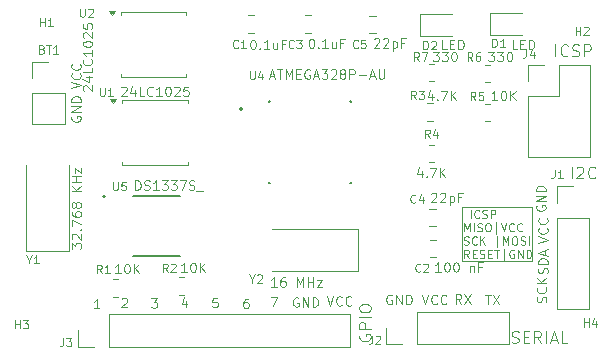
<source format=gbr>
%TF.GenerationSoftware,KiCad,Pcbnew,9.0.1*%
%TF.CreationDate,2025-07-02T13:22:09+05:30*%
%TF.ProjectId,4. MCU data logger,342e204d-4355-4206-9461-7461206c6f67,1*%
%TF.SameCoordinates,Original*%
%TF.FileFunction,Legend,Top*%
%TF.FilePolarity,Positive*%
%FSLAX46Y46*%
G04 Gerber Fmt 4.6, Leading zero omitted, Abs format (unit mm)*
G04 Created by KiCad (PCBNEW 9.0.1) date 2025-07-02 13:22:09*
%MOMM*%
%LPD*%
G01*
G04 APERTURE LIST*
%ADD10C,0.100000*%
%ADD11C,0.120000*%
%ADD12C,0.127000*%
%ADD13C,0.200000*%
G04 APERTURE END LIST*
D10*
X50150895Y-66660020D02*
X50950895Y-66393353D01*
X50950895Y-66393353D02*
X50150895Y-66126687D01*
X50874704Y-65402877D02*
X50912800Y-65440973D01*
X50912800Y-65440973D02*
X50950895Y-65555258D01*
X50950895Y-65555258D02*
X50950895Y-65631449D01*
X50950895Y-65631449D02*
X50912800Y-65745735D01*
X50912800Y-65745735D02*
X50836609Y-65821925D01*
X50836609Y-65821925D02*
X50760419Y-65860020D01*
X50760419Y-65860020D02*
X50608038Y-65898116D01*
X50608038Y-65898116D02*
X50493752Y-65898116D01*
X50493752Y-65898116D02*
X50341371Y-65860020D01*
X50341371Y-65860020D02*
X50265180Y-65821925D01*
X50265180Y-65821925D02*
X50188990Y-65745735D01*
X50188990Y-65745735D02*
X50150895Y-65631449D01*
X50150895Y-65631449D02*
X50150895Y-65555258D01*
X50150895Y-65555258D02*
X50188990Y-65440973D01*
X50188990Y-65440973D02*
X50227085Y-65402877D01*
X50874704Y-64602877D02*
X50912800Y-64640973D01*
X50912800Y-64640973D02*
X50950895Y-64755258D01*
X50950895Y-64755258D02*
X50950895Y-64831449D01*
X50950895Y-64831449D02*
X50912800Y-64945735D01*
X50912800Y-64945735D02*
X50836609Y-65021925D01*
X50836609Y-65021925D02*
X50760419Y-65060020D01*
X50760419Y-65060020D02*
X50608038Y-65098116D01*
X50608038Y-65098116D02*
X50493752Y-65098116D01*
X50493752Y-65098116D02*
X50341371Y-65060020D01*
X50341371Y-65060020D02*
X50265180Y-65021925D01*
X50265180Y-65021925D02*
X50188990Y-64945735D01*
X50188990Y-64945735D02*
X50150895Y-64831449D01*
X50150895Y-64831449D02*
X50150895Y-64755258D01*
X50150895Y-64755258D02*
X50188990Y-64640973D01*
X50188990Y-64640973D02*
X50227085Y-64602877D01*
X50188990Y-69030687D02*
X50150895Y-69106877D01*
X50150895Y-69106877D02*
X50150895Y-69221163D01*
X50150895Y-69221163D02*
X50188990Y-69335449D01*
X50188990Y-69335449D02*
X50265180Y-69411639D01*
X50265180Y-69411639D02*
X50341371Y-69449734D01*
X50341371Y-69449734D02*
X50493752Y-69487830D01*
X50493752Y-69487830D02*
X50608038Y-69487830D01*
X50608038Y-69487830D02*
X50760419Y-69449734D01*
X50760419Y-69449734D02*
X50836609Y-69411639D01*
X50836609Y-69411639D02*
X50912800Y-69335449D01*
X50912800Y-69335449D02*
X50950895Y-69221163D01*
X50950895Y-69221163D02*
X50950895Y-69144972D01*
X50950895Y-69144972D02*
X50912800Y-69030687D01*
X50912800Y-69030687D02*
X50874704Y-68992591D01*
X50874704Y-68992591D02*
X50608038Y-68992591D01*
X50608038Y-68992591D02*
X50608038Y-69144972D01*
X50950895Y-68649734D02*
X50150895Y-68649734D01*
X50150895Y-68649734D02*
X50950895Y-68192591D01*
X50950895Y-68192591D02*
X50150895Y-68192591D01*
X50950895Y-67811639D02*
X50150895Y-67811639D01*
X50150895Y-67811639D02*
X50150895Y-67621163D01*
X50150895Y-67621163D02*
X50188990Y-67506877D01*
X50188990Y-67506877D02*
X50265180Y-67430687D01*
X50265180Y-67430687D02*
X50341371Y-67392592D01*
X50341371Y-67392592D02*
X50493752Y-67354496D01*
X50493752Y-67354496D02*
X50608038Y-67354496D01*
X50608038Y-67354496D02*
X50760419Y-67392592D01*
X50760419Y-67392592D02*
X50836609Y-67430687D01*
X50836609Y-67430687D02*
X50912800Y-67506877D01*
X50912800Y-67506877D02*
X50950895Y-67621163D01*
X50950895Y-67621163D02*
X50950895Y-67811639D01*
X83185000Y-76758800D02*
X89179400Y-76758800D01*
X89179400Y-81280000D01*
X83185000Y-81280000D01*
X83185000Y-76758800D01*
X90435200Y-82331830D02*
X90473295Y-82217544D01*
X90473295Y-82217544D02*
X90473295Y-82027068D01*
X90473295Y-82027068D02*
X90435200Y-81950877D01*
X90435200Y-81950877D02*
X90397104Y-81912782D01*
X90397104Y-81912782D02*
X90320914Y-81874687D01*
X90320914Y-81874687D02*
X90244723Y-81874687D01*
X90244723Y-81874687D02*
X90168533Y-81912782D01*
X90168533Y-81912782D02*
X90130438Y-81950877D01*
X90130438Y-81950877D02*
X90092342Y-82027068D01*
X90092342Y-82027068D02*
X90054247Y-82179449D01*
X90054247Y-82179449D02*
X90016152Y-82255639D01*
X90016152Y-82255639D02*
X89978057Y-82293734D01*
X89978057Y-82293734D02*
X89901866Y-82331830D01*
X89901866Y-82331830D02*
X89825676Y-82331830D01*
X89825676Y-82331830D02*
X89749485Y-82293734D01*
X89749485Y-82293734D02*
X89711390Y-82255639D01*
X89711390Y-82255639D02*
X89673295Y-82179449D01*
X89673295Y-82179449D02*
X89673295Y-81988972D01*
X89673295Y-81988972D02*
X89711390Y-81874687D01*
X90473295Y-81531829D02*
X89673295Y-81531829D01*
X89673295Y-81531829D02*
X89673295Y-81341353D01*
X89673295Y-81341353D02*
X89711390Y-81227067D01*
X89711390Y-81227067D02*
X89787580Y-81150877D01*
X89787580Y-81150877D02*
X89863771Y-81112782D01*
X89863771Y-81112782D02*
X90016152Y-81074686D01*
X90016152Y-81074686D02*
X90130438Y-81074686D01*
X90130438Y-81074686D02*
X90282819Y-81112782D01*
X90282819Y-81112782D02*
X90359009Y-81150877D01*
X90359009Y-81150877D02*
X90435200Y-81227067D01*
X90435200Y-81227067D02*
X90473295Y-81341353D01*
X90473295Y-81341353D02*
X90473295Y-81531829D01*
X90244723Y-80769925D02*
X90244723Y-80388972D01*
X90473295Y-80846115D02*
X89673295Y-80579448D01*
X89673295Y-80579448D02*
X90473295Y-80312782D01*
X87437465Y-88174400D02*
X87580322Y-88222019D01*
X87580322Y-88222019D02*
X87818417Y-88222019D01*
X87818417Y-88222019D02*
X87913655Y-88174400D01*
X87913655Y-88174400D02*
X87961274Y-88126780D01*
X87961274Y-88126780D02*
X88008893Y-88031542D01*
X88008893Y-88031542D02*
X88008893Y-87936304D01*
X88008893Y-87936304D02*
X87961274Y-87841066D01*
X87961274Y-87841066D02*
X87913655Y-87793447D01*
X87913655Y-87793447D02*
X87818417Y-87745828D01*
X87818417Y-87745828D02*
X87627941Y-87698209D01*
X87627941Y-87698209D02*
X87532703Y-87650590D01*
X87532703Y-87650590D02*
X87485084Y-87602971D01*
X87485084Y-87602971D02*
X87437465Y-87507733D01*
X87437465Y-87507733D02*
X87437465Y-87412495D01*
X87437465Y-87412495D02*
X87485084Y-87317257D01*
X87485084Y-87317257D02*
X87532703Y-87269638D01*
X87532703Y-87269638D02*
X87627941Y-87222019D01*
X87627941Y-87222019D02*
X87866036Y-87222019D01*
X87866036Y-87222019D02*
X88008893Y-87269638D01*
X88437465Y-87698209D02*
X88770798Y-87698209D01*
X88913655Y-88222019D02*
X88437465Y-88222019D01*
X88437465Y-88222019D02*
X88437465Y-87222019D01*
X88437465Y-87222019D02*
X88913655Y-87222019D01*
X89913655Y-88222019D02*
X89580322Y-87745828D01*
X89342227Y-88222019D02*
X89342227Y-87222019D01*
X89342227Y-87222019D02*
X89723179Y-87222019D01*
X89723179Y-87222019D02*
X89818417Y-87269638D01*
X89818417Y-87269638D02*
X89866036Y-87317257D01*
X89866036Y-87317257D02*
X89913655Y-87412495D01*
X89913655Y-87412495D02*
X89913655Y-87555352D01*
X89913655Y-87555352D02*
X89866036Y-87650590D01*
X89866036Y-87650590D02*
X89818417Y-87698209D01*
X89818417Y-87698209D02*
X89723179Y-87745828D01*
X89723179Y-87745828D02*
X89342227Y-87745828D01*
X90342227Y-88222019D02*
X90342227Y-87222019D01*
X90770798Y-87936304D02*
X91246988Y-87936304D01*
X90675560Y-88222019D02*
X91008893Y-87222019D01*
X91008893Y-87222019D02*
X91342226Y-88222019D01*
X92151750Y-88222019D02*
X91675560Y-88222019D01*
X91675560Y-88222019D02*
X91675560Y-87222019D01*
X85181179Y-84136095D02*
X85638322Y-84136095D01*
X85409750Y-84936095D02*
X85409750Y-84136095D01*
X85828798Y-84136095D02*
X86362132Y-84936095D01*
X86362132Y-84136095D02*
X85828798Y-84936095D01*
X90333600Y-84770230D02*
X90371695Y-84655944D01*
X90371695Y-84655944D02*
X90371695Y-84465468D01*
X90371695Y-84465468D02*
X90333600Y-84389277D01*
X90333600Y-84389277D02*
X90295504Y-84351182D01*
X90295504Y-84351182D02*
X90219314Y-84313087D01*
X90219314Y-84313087D02*
X90143123Y-84313087D01*
X90143123Y-84313087D02*
X90066933Y-84351182D01*
X90066933Y-84351182D02*
X90028838Y-84389277D01*
X90028838Y-84389277D02*
X89990742Y-84465468D01*
X89990742Y-84465468D02*
X89952647Y-84617849D01*
X89952647Y-84617849D02*
X89914552Y-84694039D01*
X89914552Y-84694039D02*
X89876457Y-84732134D01*
X89876457Y-84732134D02*
X89800266Y-84770230D01*
X89800266Y-84770230D02*
X89724076Y-84770230D01*
X89724076Y-84770230D02*
X89647885Y-84732134D01*
X89647885Y-84732134D02*
X89609790Y-84694039D01*
X89609790Y-84694039D02*
X89571695Y-84617849D01*
X89571695Y-84617849D02*
X89571695Y-84427372D01*
X89571695Y-84427372D02*
X89609790Y-84313087D01*
X90295504Y-83513086D02*
X90333600Y-83551182D01*
X90333600Y-83551182D02*
X90371695Y-83665467D01*
X90371695Y-83665467D02*
X90371695Y-83741658D01*
X90371695Y-83741658D02*
X90333600Y-83855944D01*
X90333600Y-83855944D02*
X90257409Y-83932134D01*
X90257409Y-83932134D02*
X90181219Y-83970229D01*
X90181219Y-83970229D02*
X90028838Y-84008325D01*
X90028838Y-84008325D02*
X89914552Y-84008325D01*
X89914552Y-84008325D02*
X89762171Y-83970229D01*
X89762171Y-83970229D02*
X89685980Y-83932134D01*
X89685980Y-83932134D02*
X89609790Y-83855944D01*
X89609790Y-83855944D02*
X89571695Y-83741658D01*
X89571695Y-83741658D02*
X89571695Y-83665467D01*
X89571695Y-83665467D02*
X89609790Y-83551182D01*
X89609790Y-83551182D02*
X89647885Y-83513086D01*
X90371695Y-83170229D02*
X89571695Y-83170229D01*
X90371695Y-82713086D02*
X89914552Y-83055944D01*
X89571695Y-82713086D02*
X90028838Y-83170229D01*
X83161808Y-84910695D02*
X82895141Y-84529742D01*
X82704665Y-84910695D02*
X82704665Y-84110695D01*
X82704665Y-84110695D02*
X83009427Y-84110695D01*
X83009427Y-84110695D02*
X83085617Y-84148790D01*
X83085617Y-84148790D02*
X83123712Y-84186885D01*
X83123712Y-84186885D02*
X83161808Y-84263076D01*
X83161808Y-84263076D02*
X83161808Y-84377361D01*
X83161808Y-84377361D02*
X83123712Y-84453552D01*
X83123712Y-84453552D02*
X83085617Y-84491647D01*
X83085617Y-84491647D02*
X83009427Y-84529742D01*
X83009427Y-84529742D02*
X82704665Y-84529742D01*
X83428474Y-84110695D02*
X83961808Y-84910695D01*
X83961808Y-84110695D02*
X83428474Y-84910695D01*
X59857322Y-84682161D02*
X59857322Y-85215495D01*
X59666846Y-84377400D02*
X59476369Y-84948828D01*
X59476369Y-84948828D02*
X59971608Y-84948828D01*
X69356912Y-84402790D02*
X69280722Y-84364695D01*
X69280722Y-84364695D02*
X69166436Y-84364695D01*
X69166436Y-84364695D02*
X69052150Y-84402790D01*
X69052150Y-84402790D02*
X68975960Y-84478980D01*
X68975960Y-84478980D02*
X68937865Y-84555171D01*
X68937865Y-84555171D02*
X68899769Y-84707552D01*
X68899769Y-84707552D02*
X68899769Y-84821838D01*
X68899769Y-84821838D02*
X68937865Y-84974219D01*
X68937865Y-84974219D02*
X68975960Y-85050409D01*
X68975960Y-85050409D02*
X69052150Y-85126600D01*
X69052150Y-85126600D02*
X69166436Y-85164695D01*
X69166436Y-85164695D02*
X69242627Y-85164695D01*
X69242627Y-85164695D02*
X69356912Y-85126600D01*
X69356912Y-85126600D02*
X69395008Y-85088504D01*
X69395008Y-85088504D02*
X69395008Y-84821838D01*
X69395008Y-84821838D02*
X69242627Y-84821838D01*
X69737865Y-85164695D02*
X69737865Y-84364695D01*
X69737865Y-84364695D02*
X70195008Y-85164695D01*
X70195008Y-85164695D02*
X70195008Y-84364695D01*
X70575960Y-85164695D02*
X70575960Y-84364695D01*
X70575960Y-84364695D02*
X70766436Y-84364695D01*
X70766436Y-84364695D02*
X70880722Y-84402790D01*
X70880722Y-84402790D02*
X70956912Y-84478980D01*
X70956912Y-84478980D02*
X70995007Y-84555171D01*
X70995007Y-84555171D02*
X71033103Y-84707552D01*
X71033103Y-84707552D02*
X71033103Y-84821838D01*
X71033103Y-84821838D02*
X70995007Y-84974219D01*
X70995007Y-84974219D02*
X70956912Y-85050409D01*
X70956912Y-85050409D02*
X70880722Y-85126600D01*
X70880722Y-85126600D02*
X70766436Y-85164695D01*
X70766436Y-85164695D02*
X70575960Y-85164695D01*
X67007474Y-84313895D02*
X67540808Y-84313895D01*
X67540808Y-84313895D02*
X67197950Y-85113895D01*
X77281712Y-84199590D02*
X77205522Y-84161495D01*
X77205522Y-84161495D02*
X77091236Y-84161495D01*
X77091236Y-84161495D02*
X76976950Y-84199590D01*
X76976950Y-84199590D02*
X76900760Y-84275780D01*
X76900760Y-84275780D02*
X76862665Y-84351971D01*
X76862665Y-84351971D02*
X76824569Y-84504352D01*
X76824569Y-84504352D02*
X76824569Y-84618638D01*
X76824569Y-84618638D02*
X76862665Y-84771019D01*
X76862665Y-84771019D02*
X76900760Y-84847209D01*
X76900760Y-84847209D02*
X76976950Y-84923400D01*
X76976950Y-84923400D02*
X77091236Y-84961495D01*
X77091236Y-84961495D02*
X77167427Y-84961495D01*
X77167427Y-84961495D02*
X77281712Y-84923400D01*
X77281712Y-84923400D02*
X77319808Y-84885304D01*
X77319808Y-84885304D02*
X77319808Y-84618638D01*
X77319808Y-84618638D02*
X77167427Y-84618638D01*
X77662665Y-84961495D02*
X77662665Y-84161495D01*
X77662665Y-84161495D02*
X78119808Y-84961495D01*
X78119808Y-84961495D02*
X78119808Y-84161495D01*
X78500760Y-84961495D02*
X78500760Y-84161495D01*
X78500760Y-84161495D02*
X78691236Y-84161495D01*
X78691236Y-84161495D02*
X78805522Y-84199590D01*
X78805522Y-84199590D02*
X78881712Y-84275780D01*
X78881712Y-84275780D02*
X78919807Y-84351971D01*
X78919807Y-84351971D02*
X78957903Y-84504352D01*
X78957903Y-84504352D02*
X78957903Y-84618638D01*
X78957903Y-84618638D02*
X78919807Y-84771019D01*
X78919807Y-84771019D02*
X78881712Y-84847209D01*
X78881712Y-84847209D02*
X78805522Y-84923400D01*
X78805522Y-84923400D02*
X78691236Y-84961495D01*
X78691236Y-84961495D02*
X78500760Y-84961495D01*
X92505884Y-74294419D02*
X92505884Y-73294419D01*
X92934455Y-73389657D02*
X92982074Y-73342038D01*
X92982074Y-73342038D02*
X93077312Y-73294419D01*
X93077312Y-73294419D02*
X93315407Y-73294419D01*
X93315407Y-73294419D02*
X93410645Y-73342038D01*
X93410645Y-73342038D02*
X93458264Y-73389657D01*
X93458264Y-73389657D02*
X93505883Y-73484895D01*
X93505883Y-73484895D02*
X93505883Y-73580133D01*
X93505883Y-73580133D02*
X93458264Y-73722990D01*
X93458264Y-73722990D02*
X92886836Y-74294419D01*
X92886836Y-74294419D02*
X93505883Y-74294419D01*
X94505883Y-74199180D02*
X94458264Y-74246800D01*
X94458264Y-74246800D02*
X94315407Y-74294419D01*
X94315407Y-74294419D02*
X94220169Y-74294419D01*
X94220169Y-74294419D02*
X94077312Y-74246800D01*
X94077312Y-74246800D02*
X93982074Y-74151561D01*
X93982074Y-74151561D02*
X93934455Y-74056323D01*
X93934455Y-74056323D02*
X93886836Y-73865847D01*
X93886836Y-73865847D02*
X93886836Y-73722990D01*
X93886836Y-73722990D02*
X93934455Y-73532514D01*
X93934455Y-73532514D02*
X93982074Y-73437276D01*
X93982074Y-73437276D02*
X94077312Y-73342038D01*
X94077312Y-73342038D02*
X94220169Y-73294419D01*
X94220169Y-73294419D02*
X94315407Y-73294419D01*
X94315407Y-73294419D02*
X94458264Y-73342038D01*
X94458264Y-73342038D02*
X94505883Y-73389657D01*
X91134284Y-63956619D02*
X91134284Y-62956619D01*
X92181902Y-63861380D02*
X92134283Y-63909000D01*
X92134283Y-63909000D02*
X91991426Y-63956619D01*
X91991426Y-63956619D02*
X91896188Y-63956619D01*
X91896188Y-63956619D02*
X91753331Y-63909000D01*
X91753331Y-63909000D02*
X91658093Y-63813761D01*
X91658093Y-63813761D02*
X91610474Y-63718523D01*
X91610474Y-63718523D02*
X91562855Y-63528047D01*
X91562855Y-63528047D02*
X91562855Y-63385190D01*
X91562855Y-63385190D02*
X91610474Y-63194714D01*
X91610474Y-63194714D02*
X91658093Y-63099476D01*
X91658093Y-63099476D02*
X91753331Y-63004238D01*
X91753331Y-63004238D02*
X91896188Y-62956619D01*
X91896188Y-62956619D02*
X91991426Y-62956619D01*
X91991426Y-62956619D02*
X92134283Y-63004238D01*
X92134283Y-63004238D02*
X92181902Y-63051857D01*
X92562855Y-63909000D02*
X92705712Y-63956619D01*
X92705712Y-63956619D02*
X92943807Y-63956619D01*
X92943807Y-63956619D02*
X93039045Y-63909000D01*
X93039045Y-63909000D02*
X93086664Y-63861380D01*
X93086664Y-63861380D02*
X93134283Y-63766142D01*
X93134283Y-63766142D02*
X93134283Y-63670904D01*
X93134283Y-63670904D02*
X93086664Y-63575666D01*
X93086664Y-63575666D02*
X93039045Y-63528047D01*
X93039045Y-63528047D02*
X92943807Y-63480428D01*
X92943807Y-63480428D02*
X92753331Y-63432809D01*
X92753331Y-63432809D02*
X92658093Y-63385190D01*
X92658093Y-63385190D02*
X92610474Y-63337571D01*
X92610474Y-63337571D02*
X92562855Y-63242333D01*
X92562855Y-63242333D02*
X92562855Y-63147095D01*
X92562855Y-63147095D02*
X92610474Y-63051857D01*
X92610474Y-63051857D02*
X92658093Y-63004238D01*
X92658093Y-63004238D02*
X92753331Y-62956619D01*
X92753331Y-62956619D02*
X92991426Y-62956619D01*
X92991426Y-62956619D02*
X93134283Y-63004238D01*
X93562855Y-63956619D02*
X93562855Y-62956619D01*
X93562855Y-62956619D02*
X93943807Y-62956619D01*
X93943807Y-62956619D02*
X94039045Y-63004238D01*
X94039045Y-63004238D02*
X94086664Y-63051857D01*
X94086664Y-63051857D02*
X94134283Y-63147095D01*
X94134283Y-63147095D02*
X94134283Y-63289952D01*
X94134283Y-63289952D02*
X94086664Y-63385190D01*
X94086664Y-63385190D02*
X94039045Y-63432809D01*
X94039045Y-63432809D02*
X93943807Y-63480428D01*
X93943807Y-63480428D02*
X93562855Y-63480428D01*
X83950788Y-77655850D02*
X83950788Y-76955850D01*
X84684121Y-77589183D02*
X84650788Y-77622517D01*
X84650788Y-77622517D02*
X84550788Y-77655850D01*
X84550788Y-77655850D02*
X84484121Y-77655850D01*
X84484121Y-77655850D02*
X84384121Y-77622517D01*
X84384121Y-77622517D02*
X84317455Y-77555850D01*
X84317455Y-77555850D02*
X84284121Y-77489183D01*
X84284121Y-77489183D02*
X84250788Y-77355850D01*
X84250788Y-77355850D02*
X84250788Y-77255850D01*
X84250788Y-77255850D02*
X84284121Y-77122517D01*
X84284121Y-77122517D02*
X84317455Y-77055850D01*
X84317455Y-77055850D02*
X84384121Y-76989183D01*
X84384121Y-76989183D02*
X84484121Y-76955850D01*
X84484121Y-76955850D02*
X84550788Y-76955850D01*
X84550788Y-76955850D02*
X84650788Y-76989183D01*
X84650788Y-76989183D02*
X84684121Y-77022517D01*
X84950788Y-77622517D02*
X85050788Y-77655850D01*
X85050788Y-77655850D02*
X85217455Y-77655850D01*
X85217455Y-77655850D02*
X85284121Y-77622517D01*
X85284121Y-77622517D02*
X85317455Y-77589183D01*
X85317455Y-77589183D02*
X85350788Y-77522517D01*
X85350788Y-77522517D02*
X85350788Y-77455850D01*
X85350788Y-77455850D02*
X85317455Y-77389183D01*
X85317455Y-77389183D02*
X85284121Y-77355850D01*
X85284121Y-77355850D02*
X85217455Y-77322517D01*
X85217455Y-77322517D02*
X85084121Y-77289183D01*
X85084121Y-77289183D02*
X85017455Y-77255850D01*
X85017455Y-77255850D02*
X84984121Y-77222517D01*
X84984121Y-77222517D02*
X84950788Y-77155850D01*
X84950788Y-77155850D02*
X84950788Y-77089183D01*
X84950788Y-77089183D02*
X84984121Y-77022517D01*
X84984121Y-77022517D02*
X85017455Y-76989183D01*
X85017455Y-76989183D02*
X85084121Y-76955850D01*
X85084121Y-76955850D02*
X85250788Y-76955850D01*
X85250788Y-76955850D02*
X85350788Y-76989183D01*
X85650788Y-77655850D02*
X85650788Y-76955850D01*
X85650788Y-76955850D02*
X85917455Y-76955850D01*
X85917455Y-76955850D02*
X85984122Y-76989183D01*
X85984122Y-76989183D02*
X86017455Y-77022517D01*
X86017455Y-77022517D02*
X86050788Y-77089183D01*
X86050788Y-77089183D02*
X86050788Y-77189183D01*
X86050788Y-77189183D02*
X86017455Y-77255850D01*
X86017455Y-77255850D02*
X85984122Y-77289183D01*
X85984122Y-77289183D02*
X85917455Y-77322517D01*
X85917455Y-77322517D02*
X85650788Y-77322517D01*
X83417455Y-78782811D02*
X83417455Y-78082811D01*
X83417455Y-78082811D02*
X83650789Y-78582811D01*
X83650789Y-78582811D02*
X83884122Y-78082811D01*
X83884122Y-78082811D02*
X83884122Y-78782811D01*
X84217455Y-78782811D02*
X84217455Y-78082811D01*
X84517455Y-78749478D02*
X84617455Y-78782811D01*
X84617455Y-78782811D02*
X84784122Y-78782811D01*
X84784122Y-78782811D02*
X84850788Y-78749478D01*
X84850788Y-78749478D02*
X84884122Y-78716144D01*
X84884122Y-78716144D02*
X84917455Y-78649478D01*
X84917455Y-78649478D02*
X84917455Y-78582811D01*
X84917455Y-78582811D02*
X84884122Y-78516144D01*
X84884122Y-78516144D02*
X84850788Y-78482811D01*
X84850788Y-78482811D02*
X84784122Y-78449478D01*
X84784122Y-78449478D02*
X84650788Y-78416144D01*
X84650788Y-78416144D02*
X84584122Y-78382811D01*
X84584122Y-78382811D02*
X84550788Y-78349478D01*
X84550788Y-78349478D02*
X84517455Y-78282811D01*
X84517455Y-78282811D02*
X84517455Y-78216144D01*
X84517455Y-78216144D02*
X84550788Y-78149478D01*
X84550788Y-78149478D02*
X84584122Y-78116144D01*
X84584122Y-78116144D02*
X84650788Y-78082811D01*
X84650788Y-78082811D02*
X84817455Y-78082811D01*
X84817455Y-78082811D02*
X84917455Y-78116144D01*
X85350789Y-78082811D02*
X85484122Y-78082811D01*
X85484122Y-78082811D02*
X85550789Y-78116144D01*
X85550789Y-78116144D02*
X85617455Y-78182811D01*
X85617455Y-78182811D02*
X85650789Y-78316144D01*
X85650789Y-78316144D02*
X85650789Y-78549478D01*
X85650789Y-78549478D02*
X85617455Y-78682811D01*
X85617455Y-78682811D02*
X85550789Y-78749478D01*
X85550789Y-78749478D02*
X85484122Y-78782811D01*
X85484122Y-78782811D02*
X85350789Y-78782811D01*
X85350789Y-78782811D02*
X85284122Y-78749478D01*
X85284122Y-78749478D02*
X85217455Y-78682811D01*
X85217455Y-78682811D02*
X85184122Y-78549478D01*
X85184122Y-78549478D02*
X85184122Y-78316144D01*
X85184122Y-78316144D02*
X85217455Y-78182811D01*
X85217455Y-78182811D02*
X85284122Y-78116144D01*
X85284122Y-78116144D02*
X85350789Y-78082811D01*
X86117455Y-79016144D02*
X86117455Y-78016144D01*
X86517455Y-78082811D02*
X86750789Y-78782811D01*
X86750789Y-78782811D02*
X86984122Y-78082811D01*
X87617455Y-78716144D02*
X87584122Y-78749478D01*
X87584122Y-78749478D02*
X87484122Y-78782811D01*
X87484122Y-78782811D02*
X87417455Y-78782811D01*
X87417455Y-78782811D02*
X87317455Y-78749478D01*
X87317455Y-78749478D02*
X87250789Y-78682811D01*
X87250789Y-78682811D02*
X87217455Y-78616144D01*
X87217455Y-78616144D02*
X87184122Y-78482811D01*
X87184122Y-78482811D02*
X87184122Y-78382811D01*
X87184122Y-78382811D02*
X87217455Y-78249478D01*
X87217455Y-78249478D02*
X87250789Y-78182811D01*
X87250789Y-78182811D02*
X87317455Y-78116144D01*
X87317455Y-78116144D02*
X87417455Y-78082811D01*
X87417455Y-78082811D02*
X87484122Y-78082811D01*
X87484122Y-78082811D02*
X87584122Y-78116144D01*
X87584122Y-78116144D02*
X87617455Y-78149478D01*
X88317455Y-78716144D02*
X88284122Y-78749478D01*
X88284122Y-78749478D02*
X88184122Y-78782811D01*
X88184122Y-78782811D02*
X88117455Y-78782811D01*
X88117455Y-78782811D02*
X88017455Y-78749478D01*
X88017455Y-78749478D02*
X87950789Y-78682811D01*
X87950789Y-78682811D02*
X87917455Y-78616144D01*
X87917455Y-78616144D02*
X87884122Y-78482811D01*
X87884122Y-78482811D02*
X87884122Y-78382811D01*
X87884122Y-78382811D02*
X87917455Y-78249478D01*
X87917455Y-78249478D02*
X87950789Y-78182811D01*
X87950789Y-78182811D02*
X88017455Y-78116144D01*
X88017455Y-78116144D02*
X88117455Y-78082811D01*
X88117455Y-78082811D02*
X88184122Y-78082811D01*
X88184122Y-78082811D02*
X88284122Y-78116144D01*
X88284122Y-78116144D02*
X88317455Y-78149478D01*
X83384122Y-79876439D02*
X83484122Y-79909772D01*
X83484122Y-79909772D02*
X83650789Y-79909772D01*
X83650789Y-79909772D02*
X83717455Y-79876439D01*
X83717455Y-79876439D02*
X83750789Y-79843105D01*
X83750789Y-79843105D02*
X83784122Y-79776439D01*
X83784122Y-79776439D02*
X83784122Y-79709772D01*
X83784122Y-79709772D02*
X83750789Y-79643105D01*
X83750789Y-79643105D02*
X83717455Y-79609772D01*
X83717455Y-79609772D02*
X83650789Y-79576439D01*
X83650789Y-79576439D02*
X83517455Y-79543105D01*
X83517455Y-79543105D02*
X83450789Y-79509772D01*
X83450789Y-79509772D02*
X83417455Y-79476439D01*
X83417455Y-79476439D02*
X83384122Y-79409772D01*
X83384122Y-79409772D02*
X83384122Y-79343105D01*
X83384122Y-79343105D02*
X83417455Y-79276439D01*
X83417455Y-79276439D02*
X83450789Y-79243105D01*
X83450789Y-79243105D02*
X83517455Y-79209772D01*
X83517455Y-79209772D02*
X83684122Y-79209772D01*
X83684122Y-79209772D02*
X83784122Y-79243105D01*
X84484122Y-79843105D02*
X84450789Y-79876439D01*
X84450789Y-79876439D02*
X84350789Y-79909772D01*
X84350789Y-79909772D02*
X84284122Y-79909772D01*
X84284122Y-79909772D02*
X84184122Y-79876439D01*
X84184122Y-79876439D02*
X84117456Y-79809772D01*
X84117456Y-79809772D02*
X84084122Y-79743105D01*
X84084122Y-79743105D02*
X84050789Y-79609772D01*
X84050789Y-79609772D02*
X84050789Y-79509772D01*
X84050789Y-79509772D02*
X84084122Y-79376439D01*
X84084122Y-79376439D02*
X84117456Y-79309772D01*
X84117456Y-79309772D02*
X84184122Y-79243105D01*
X84184122Y-79243105D02*
X84284122Y-79209772D01*
X84284122Y-79209772D02*
X84350789Y-79209772D01*
X84350789Y-79209772D02*
X84450789Y-79243105D01*
X84450789Y-79243105D02*
X84484122Y-79276439D01*
X84784122Y-79909772D02*
X84784122Y-79209772D01*
X85184122Y-79909772D02*
X84884122Y-79509772D01*
X85184122Y-79209772D02*
X84784122Y-79609772D01*
X86184122Y-80143105D02*
X86184122Y-79143105D01*
X86684122Y-79909772D02*
X86684122Y-79209772D01*
X86684122Y-79209772D02*
X86917456Y-79709772D01*
X86917456Y-79709772D02*
X87150789Y-79209772D01*
X87150789Y-79209772D02*
X87150789Y-79909772D01*
X87617456Y-79209772D02*
X87750789Y-79209772D01*
X87750789Y-79209772D02*
X87817456Y-79243105D01*
X87817456Y-79243105D02*
X87884122Y-79309772D01*
X87884122Y-79309772D02*
X87917456Y-79443105D01*
X87917456Y-79443105D02*
X87917456Y-79676439D01*
X87917456Y-79676439D02*
X87884122Y-79809772D01*
X87884122Y-79809772D02*
X87817456Y-79876439D01*
X87817456Y-79876439D02*
X87750789Y-79909772D01*
X87750789Y-79909772D02*
X87617456Y-79909772D01*
X87617456Y-79909772D02*
X87550789Y-79876439D01*
X87550789Y-79876439D02*
X87484122Y-79809772D01*
X87484122Y-79809772D02*
X87450789Y-79676439D01*
X87450789Y-79676439D02*
X87450789Y-79443105D01*
X87450789Y-79443105D02*
X87484122Y-79309772D01*
X87484122Y-79309772D02*
X87550789Y-79243105D01*
X87550789Y-79243105D02*
X87617456Y-79209772D01*
X88184122Y-79876439D02*
X88284122Y-79909772D01*
X88284122Y-79909772D02*
X88450789Y-79909772D01*
X88450789Y-79909772D02*
X88517455Y-79876439D01*
X88517455Y-79876439D02*
X88550789Y-79843105D01*
X88550789Y-79843105D02*
X88584122Y-79776439D01*
X88584122Y-79776439D02*
X88584122Y-79709772D01*
X88584122Y-79709772D02*
X88550789Y-79643105D01*
X88550789Y-79643105D02*
X88517455Y-79609772D01*
X88517455Y-79609772D02*
X88450789Y-79576439D01*
X88450789Y-79576439D02*
X88317455Y-79543105D01*
X88317455Y-79543105D02*
X88250789Y-79509772D01*
X88250789Y-79509772D02*
X88217455Y-79476439D01*
X88217455Y-79476439D02*
X88184122Y-79409772D01*
X88184122Y-79409772D02*
X88184122Y-79343105D01*
X88184122Y-79343105D02*
X88217455Y-79276439D01*
X88217455Y-79276439D02*
X88250789Y-79243105D01*
X88250789Y-79243105D02*
X88317455Y-79209772D01*
X88317455Y-79209772D02*
X88484122Y-79209772D01*
X88484122Y-79209772D02*
X88584122Y-79243105D01*
X88884122Y-79909772D02*
X88884122Y-79209772D01*
X83817455Y-81036733D02*
X83584122Y-80703400D01*
X83417455Y-81036733D02*
X83417455Y-80336733D01*
X83417455Y-80336733D02*
X83684122Y-80336733D01*
X83684122Y-80336733D02*
X83750789Y-80370066D01*
X83750789Y-80370066D02*
X83784122Y-80403400D01*
X83784122Y-80403400D02*
X83817455Y-80470066D01*
X83817455Y-80470066D02*
X83817455Y-80570066D01*
X83817455Y-80570066D02*
X83784122Y-80636733D01*
X83784122Y-80636733D02*
X83750789Y-80670066D01*
X83750789Y-80670066D02*
X83684122Y-80703400D01*
X83684122Y-80703400D02*
X83417455Y-80703400D01*
X84117455Y-80670066D02*
X84350789Y-80670066D01*
X84450789Y-81036733D02*
X84117455Y-81036733D01*
X84117455Y-81036733D02*
X84117455Y-80336733D01*
X84117455Y-80336733D02*
X84450789Y-80336733D01*
X84717455Y-81003400D02*
X84817455Y-81036733D01*
X84817455Y-81036733D02*
X84984122Y-81036733D01*
X84984122Y-81036733D02*
X85050788Y-81003400D01*
X85050788Y-81003400D02*
X85084122Y-80970066D01*
X85084122Y-80970066D02*
X85117455Y-80903400D01*
X85117455Y-80903400D02*
X85117455Y-80836733D01*
X85117455Y-80836733D02*
X85084122Y-80770066D01*
X85084122Y-80770066D02*
X85050788Y-80736733D01*
X85050788Y-80736733D02*
X84984122Y-80703400D01*
X84984122Y-80703400D02*
X84850788Y-80670066D01*
X84850788Y-80670066D02*
X84784122Y-80636733D01*
X84784122Y-80636733D02*
X84750788Y-80603400D01*
X84750788Y-80603400D02*
X84717455Y-80536733D01*
X84717455Y-80536733D02*
X84717455Y-80470066D01*
X84717455Y-80470066D02*
X84750788Y-80403400D01*
X84750788Y-80403400D02*
X84784122Y-80370066D01*
X84784122Y-80370066D02*
X84850788Y-80336733D01*
X84850788Y-80336733D02*
X85017455Y-80336733D01*
X85017455Y-80336733D02*
X85117455Y-80370066D01*
X85417455Y-80670066D02*
X85650789Y-80670066D01*
X85750789Y-81036733D02*
X85417455Y-81036733D01*
X85417455Y-81036733D02*
X85417455Y-80336733D01*
X85417455Y-80336733D02*
X85750789Y-80336733D01*
X85950788Y-80336733D02*
X86350788Y-80336733D01*
X86150788Y-81036733D02*
X86150788Y-80336733D01*
X86750788Y-81270066D02*
X86750788Y-80270066D01*
X87617455Y-80370066D02*
X87550788Y-80336733D01*
X87550788Y-80336733D02*
X87450788Y-80336733D01*
X87450788Y-80336733D02*
X87350788Y-80370066D01*
X87350788Y-80370066D02*
X87284122Y-80436733D01*
X87284122Y-80436733D02*
X87250788Y-80503400D01*
X87250788Y-80503400D02*
X87217455Y-80636733D01*
X87217455Y-80636733D02*
X87217455Y-80736733D01*
X87217455Y-80736733D02*
X87250788Y-80870066D01*
X87250788Y-80870066D02*
X87284122Y-80936733D01*
X87284122Y-80936733D02*
X87350788Y-81003400D01*
X87350788Y-81003400D02*
X87450788Y-81036733D01*
X87450788Y-81036733D02*
X87517455Y-81036733D01*
X87517455Y-81036733D02*
X87617455Y-81003400D01*
X87617455Y-81003400D02*
X87650788Y-80970066D01*
X87650788Y-80970066D02*
X87650788Y-80736733D01*
X87650788Y-80736733D02*
X87517455Y-80736733D01*
X87950788Y-81036733D02*
X87950788Y-80336733D01*
X87950788Y-80336733D02*
X88350788Y-81036733D01*
X88350788Y-81036733D02*
X88350788Y-80336733D01*
X88684121Y-81036733D02*
X88684121Y-80336733D01*
X88684121Y-80336733D02*
X88850788Y-80336733D01*
X88850788Y-80336733D02*
X88950788Y-80370066D01*
X88950788Y-80370066D02*
X89017455Y-80436733D01*
X89017455Y-80436733D02*
X89050788Y-80503400D01*
X89050788Y-80503400D02*
X89084121Y-80636733D01*
X89084121Y-80636733D02*
X89084121Y-80736733D01*
X89084121Y-80736733D02*
X89050788Y-80870066D01*
X89050788Y-80870066D02*
X89017455Y-80936733D01*
X89017455Y-80936733D02*
X88950788Y-81003400D01*
X88950788Y-81003400D02*
X88850788Y-81036733D01*
X88850788Y-81036733D02*
X88684121Y-81036733D01*
X89533590Y-76591487D02*
X89495495Y-76667677D01*
X89495495Y-76667677D02*
X89495495Y-76781963D01*
X89495495Y-76781963D02*
X89533590Y-76896249D01*
X89533590Y-76896249D02*
X89609780Y-76972439D01*
X89609780Y-76972439D02*
X89685971Y-77010534D01*
X89685971Y-77010534D02*
X89838352Y-77048630D01*
X89838352Y-77048630D02*
X89952638Y-77048630D01*
X89952638Y-77048630D02*
X90105019Y-77010534D01*
X90105019Y-77010534D02*
X90181209Y-76972439D01*
X90181209Y-76972439D02*
X90257400Y-76896249D01*
X90257400Y-76896249D02*
X90295495Y-76781963D01*
X90295495Y-76781963D02*
X90295495Y-76705772D01*
X90295495Y-76705772D02*
X90257400Y-76591487D01*
X90257400Y-76591487D02*
X90219304Y-76553391D01*
X90219304Y-76553391D02*
X89952638Y-76553391D01*
X89952638Y-76553391D02*
X89952638Y-76705772D01*
X90295495Y-76210534D02*
X89495495Y-76210534D01*
X89495495Y-76210534D02*
X90295495Y-75753391D01*
X90295495Y-75753391D02*
X89495495Y-75753391D01*
X90295495Y-75372439D02*
X89495495Y-75372439D01*
X89495495Y-75372439D02*
X89495495Y-75181963D01*
X89495495Y-75181963D02*
X89533590Y-75067677D01*
X89533590Y-75067677D02*
X89609780Y-74991487D01*
X89609780Y-74991487D02*
X89685971Y-74953392D01*
X89685971Y-74953392D02*
X89838352Y-74915296D01*
X89838352Y-74915296D02*
X89952638Y-74915296D01*
X89952638Y-74915296D02*
X90105019Y-74953392D01*
X90105019Y-74953392D02*
X90181209Y-74991487D01*
X90181209Y-74991487D02*
X90257400Y-75067677D01*
X90257400Y-75067677D02*
X90295495Y-75181963D01*
X90295495Y-75181963D02*
X90295495Y-75372439D01*
X62486217Y-84415495D02*
X62105265Y-84415495D01*
X62105265Y-84415495D02*
X62067169Y-84796447D01*
X62067169Y-84796447D02*
X62105265Y-84758352D01*
X62105265Y-84758352D02*
X62181455Y-84720257D01*
X62181455Y-84720257D02*
X62371931Y-84720257D01*
X62371931Y-84720257D02*
X62448122Y-84758352D01*
X62448122Y-84758352D02*
X62486217Y-84796447D01*
X62486217Y-84796447D02*
X62524312Y-84872638D01*
X62524312Y-84872638D02*
X62524312Y-85063114D01*
X62524312Y-85063114D02*
X62486217Y-85139304D01*
X62486217Y-85139304D02*
X62448122Y-85177400D01*
X62448122Y-85177400D02*
X62371931Y-85215495D01*
X62371931Y-85215495D02*
X62181455Y-85215495D01*
X62181455Y-85215495D02*
X62105265Y-85177400D01*
X62105265Y-85177400D02*
X62067169Y-85139304D01*
X71795379Y-84263095D02*
X72062046Y-85063095D01*
X72062046Y-85063095D02*
X72328712Y-84263095D01*
X73052522Y-84986904D02*
X73014426Y-85025000D01*
X73014426Y-85025000D02*
X72900141Y-85063095D01*
X72900141Y-85063095D02*
X72823950Y-85063095D01*
X72823950Y-85063095D02*
X72709664Y-85025000D01*
X72709664Y-85025000D02*
X72633474Y-84948809D01*
X72633474Y-84948809D02*
X72595379Y-84872619D01*
X72595379Y-84872619D02*
X72557283Y-84720238D01*
X72557283Y-84720238D02*
X72557283Y-84605952D01*
X72557283Y-84605952D02*
X72595379Y-84453571D01*
X72595379Y-84453571D02*
X72633474Y-84377380D01*
X72633474Y-84377380D02*
X72709664Y-84301190D01*
X72709664Y-84301190D02*
X72823950Y-84263095D01*
X72823950Y-84263095D02*
X72900141Y-84263095D01*
X72900141Y-84263095D02*
X73014426Y-84301190D01*
X73014426Y-84301190D02*
X73052522Y-84339285D01*
X73852522Y-84986904D02*
X73814426Y-85025000D01*
X73814426Y-85025000D02*
X73700141Y-85063095D01*
X73700141Y-85063095D02*
X73623950Y-85063095D01*
X73623950Y-85063095D02*
X73509664Y-85025000D01*
X73509664Y-85025000D02*
X73433474Y-84948809D01*
X73433474Y-84948809D02*
X73395379Y-84872619D01*
X73395379Y-84872619D02*
X73357283Y-84720238D01*
X73357283Y-84720238D02*
X73357283Y-84605952D01*
X73357283Y-84605952D02*
X73395379Y-84453571D01*
X73395379Y-84453571D02*
X73433474Y-84377380D01*
X73433474Y-84377380D02*
X73509664Y-84301190D01*
X73509664Y-84301190D02*
X73623950Y-84263095D01*
X73623950Y-84263095D02*
X73700141Y-84263095D01*
X73700141Y-84263095D02*
X73814426Y-84301190D01*
X73814426Y-84301190D02*
X73852522Y-84339285D01*
X74561238Y-87521906D02*
X74513619Y-87617144D01*
X74513619Y-87617144D02*
X74513619Y-87760001D01*
X74513619Y-87760001D02*
X74561238Y-87902858D01*
X74561238Y-87902858D02*
X74656476Y-87998096D01*
X74656476Y-87998096D02*
X74751714Y-88045715D01*
X74751714Y-88045715D02*
X74942190Y-88093334D01*
X74942190Y-88093334D02*
X75085047Y-88093334D01*
X75085047Y-88093334D02*
X75275523Y-88045715D01*
X75275523Y-88045715D02*
X75370761Y-87998096D01*
X75370761Y-87998096D02*
X75466000Y-87902858D01*
X75466000Y-87902858D02*
X75513619Y-87760001D01*
X75513619Y-87760001D02*
X75513619Y-87664763D01*
X75513619Y-87664763D02*
X75466000Y-87521906D01*
X75466000Y-87521906D02*
X75418380Y-87474287D01*
X75418380Y-87474287D02*
X75085047Y-87474287D01*
X75085047Y-87474287D02*
X75085047Y-87664763D01*
X75513619Y-87045715D02*
X74513619Y-87045715D01*
X74513619Y-87045715D02*
X74513619Y-86664763D01*
X74513619Y-86664763D02*
X74561238Y-86569525D01*
X74561238Y-86569525D02*
X74608857Y-86521906D01*
X74608857Y-86521906D02*
X74704095Y-86474287D01*
X74704095Y-86474287D02*
X74846952Y-86474287D01*
X74846952Y-86474287D02*
X74942190Y-86521906D01*
X74942190Y-86521906D02*
X74989809Y-86569525D01*
X74989809Y-86569525D02*
X75037428Y-86664763D01*
X75037428Y-86664763D02*
X75037428Y-87045715D01*
X75513619Y-86045715D02*
X74513619Y-86045715D01*
X74513619Y-85379049D02*
X74513619Y-85188573D01*
X74513619Y-85188573D02*
X74561238Y-85093335D01*
X74561238Y-85093335D02*
X74656476Y-84998097D01*
X74656476Y-84998097D02*
X74846952Y-84950478D01*
X74846952Y-84950478D02*
X75180285Y-84950478D01*
X75180285Y-84950478D02*
X75370761Y-84998097D01*
X75370761Y-84998097D02*
X75466000Y-85093335D01*
X75466000Y-85093335D02*
X75513619Y-85188573D01*
X75513619Y-85188573D02*
X75513619Y-85379049D01*
X75513619Y-85379049D02*
X75466000Y-85474287D01*
X75466000Y-85474287D02*
X75370761Y-85569525D01*
X75370761Y-85569525D02*
X75180285Y-85617144D01*
X75180285Y-85617144D02*
X74846952Y-85617144D01*
X74846952Y-85617144D02*
X74656476Y-85569525D01*
X74656476Y-85569525D02*
X74561238Y-85474287D01*
X74561238Y-85474287D02*
X74513619Y-85379049D01*
X79847179Y-84136095D02*
X80113846Y-84936095D01*
X80113846Y-84936095D02*
X80380512Y-84136095D01*
X81104322Y-84859904D02*
X81066226Y-84898000D01*
X81066226Y-84898000D02*
X80951941Y-84936095D01*
X80951941Y-84936095D02*
X80875750Y-84936095D01*
X80875750Y-84936095D02*
X80761464Y-84898000D01*
X80761464Y-84898000D02*
X80685274Y-84821809D01*
X80685274Y-84821809D02*
X80647179Y-84745619D01*
X80647179Y-84745619D02*
X80609083Y-84593238D01*
X80609083Y-84593238D02*
X80609083Y-84478952D01*
X80609083Y-84478952D02*
X80647179Y-84326571D01*
X80647179Y-84326571D02*
X80685274Y-84250380D01*
X80685274Y-84250380D02*
X80761464Y-84174190D01*
X80761464Y-84174190D02*
X80875750Y-84136095D01*
X80875750Y-84136095D02*
X80951941Y-84136095D01*
X80951941Y-84136095D02*
X81066226Y-84174190D01*
X81066226Y-84174190D02*
X81104322Y-84212285D01*
X81904322Y-84859904D02*
X81866226Y-84898000D01*
X81866226Y-84898000D02*
X81751941Y-84936095D01*
X81751941Y-84936095D02*
X81675750Y-84936095D01*
X81675750Y-84936095D02*
X81561464Y-84898000D01*
X81561464Y-84898000D02*
X81485274Y-84821809D01*
X81485274Y-84821809D02*
X81447179Y-84745619D01*
X81447179Y-84745619D02*
X81409083Y-84593238D01*
X81409083Y-84593238D02*
X81409083Y-84478952D01*
X81409083Y-84478952D02*
X81447179Y-84326571D01*
X81447179Y-84326571D02*
X81485274Y-84250380D01*
X81485274Y-84250380D02*
X81561464Y-84174190D01*
X81561464Y-84174190D02*
X81675750Y-84136095D01*
X81675750Y-84136095D02*
X81751941Y-84136095D01*
X81751941Y-84136095D02*
X81866226Y-84174190D01*
X81866226Y-84174190D02*
X81904322Y-84212285D01*
X65089722Y-84491695D02*
X64937341Y-84491695D01*
X64937341Y-84491695D02*
X64861150Y-84529790D01*
X64861150Y-84529790D02*
X64823055Y-84567885D01*
X64823055Y-84567885D02*
X64746865Y-84682171D01*
X64746865Y-84682171D02*
X64708769Y-84834552D01*
X64708769Y-84834552D02*
X64708769Y-85139314D01*
X64708769Y-85139314D02*
X64746865Y-85215504D01*
X64746865Y-85215504D02*
X64784960Y-85253600D01*
X64784960Y-85253600D02*
X64861150Y-85291695D01*
X64861150Y-85291695D02*
X65013531Y-85291695D01*
X65013531Y-85291695D02*
X65089722Y-85253600D01*
X65089722Y-85253600D02*
X65127817Y-85215504D01*
X65127817Y-85215504D02*
X65165912Y-85139314D01*
X65165912Y-85139314D02*
X65165912Y-84948838D01*
X65165912Y-84948838D02*
X65127817Y-84872647D01*
X65127817Y-84872647D02*
X65089722Y-84834552D01*
X65089722Y-84834552D02*
X65013531Y-84796457D01*
X65013531Y-84796457D02*
X64861150Y-84796457D01*
X64861150Y-84796457D02*
X64784960Y-84834552D01*
X64784960Y-84834552D02*
X64746865Y-84872647D01*
X64746865Y-84872647D02*
X64708769Y-84948838D01*
X89673295Y-79741020D02*
X90473295Y-79474353D01*
X90473295Y-79474353D02*
X89673295Y-79207687D01*
X90397104Y-78483877D02*
X90435200Y-78521973D01*
X90435200Y-78521973D02*
X90473295Y-78636258D01*
X90473295Y-78636258D02*
X90473295Y-78712449D01*
X90473295Y-78712449D02*
X90435200Y-78826735D01*
X90435200Y-78826735D02*
X90359009Y-78902925D01*
X90359009Y-78902925D02*
X90282819Y-78941020D01*
X90282819Y-78941020D02*
X90130438Y-78979116D01*
X90130438Y-78979116D02*
X90016152Y-78979116D01*
X90016152Y-78979116D02*
X89863771Y-78941020D01*
X89863771Y-78941020D02*
X89787580Y-78902925D01*
X89787580Y-78902925D02*
X89711390Y-78826735D01*
X89711390Y-78826735D02*
X89673295Y-78712449D01*
X89673295Y-78712449D02*
X89673295Y-78636258D01*
X89673295Y-78636258D02*
X89711390Y-78521973D01*
X89711390Y-78521973D02*
X89749485Y-78483877D01*
X90397104Y-77683877D02*
X90435200Y-77721973D01*
X90435200Y-77721973D02*
X90473295Y-77836258D01*
X90473295Y-77836258D02*
X90473295Y-77912449D01*
X90473295Y-77912449D02*
X90435200Y-78026735D01*
X90435200Y-78026735D02*
X90359009Y-78102925D01*
X90359009Y-78102925D02*
X90282819Y-78141020D01*
X90282819Y-78141020D02*
X90130438Y-78179116D01*
X90130438Y-78179116D02*
X90016152Y-78179116D01*
X90016152Y-78179116D02*
X89863771Y-78141020D01*
X89863771Y-78141020D02*
X89787580Y-78102925D01*
X89787580Y-78102925D02*
X89711390Y-78026735D01*
X89711390Y-78026735D02*
X89673295Y-77912449D01*
X89673295Y-77912449D02*
X89673295Y-77836258D01*
X89673295Y-77836258D02*
X89711390Y-77721973D01*
X89711390Y-77721973D02*
X89749485Y-77683877D01*
X54396369Y-84491685D02*
X54434465Y-84453590D01*
X54434465Y-84453590D02*
X54510655Y-84415495D01*
X54510655Y-84415495D02*
X54701131Y-84415495D01*
X54701131Y-84415495D02*
X54777322Y-84453590D01*
X54777322Y-84453590D02*
X54815417Y-84491685D01*
X54815417Y-84491685D02*
X54853512Y-84567876D01*
X54853512Y-84567876D02*
X54853512Y-84644066D01*
X54853512Y-84644066D02*
X54815417Y-84758352D01*
X54815417Y-84758352D02*
X54358274Y-85215495D01*
X54358274Y-85215495D02*
X54853512Y-85215495D01*
X56923674Y-84440895D02*
X57418912Y-84440895D01*
X57418912Y-84440895D02*
X57152246Y-84745657D01*
X57152246Y-84745657D02*
X57266531Y-84745657D01*
X57266531Y-84745657D02*
X57342722Y-84783752D01*
X57342722Y-84783752D02*
X57380817Y-84821847D01*
X57380817Y-84821847D02*
X57418912Y-84898038D01*
X57418912Y-84898038D02*
X57418912Y-85088514D01*
X57418912Y-85088514D02*
X57380817Y-85164704D01*
X57380817Y-85164704D02*
X57342722Y-85202800D01*
X57342722Y-85202800D02*
X57266531Y-85240895D01*
X57266531Y-85240895D02*
X57037960Y-85240895D01*
X57037960Y-85240895D02*
X56961769Y-85202800D01*
X56961769Y-85202800D02*
X56923674Y-85164704D01*
X52516712Y-85291695D02*
X52059569Y-85291695D01*
X52288141Y-85291695D02*
X52288141Y-84491695D01*
X52288141Y-84491695D02*
X52211950Y-84605980D01*
X52211950Y-84605980D02*
X52135760Y-84682171D01*
X52135760Y-84682171D02*
X52059569Y-84720266D01*
X79950533Y-63361433D02*
X79950533Y-62661433D01*
X79950533Y-62661433D02*
X80117200Y-62661433D01*
X80117200Y-62661433D02*
X80217200Y-62694766D01*
X80217200Y-62694766D02*
X80283867Y-62761433D01*
X80283867Y-62761433D02*
X80317200Y-62828100D01*
X80317200Y-62828100D02*
X80350533Y-62961433D01*
X80350533Y-62961433D02*
X80350533Y-63061433D01*
X80350533Y-63061433D02*
X80317200Y-63194766D01*
X80317200Y-63194766D02*
X80283867Y-63261433D01*
X80283867Y-63261433D02*
X80217200Y-63328100D01*
X80217200Y-63328100D02*
X80117200Y-63361433D01*
X80117200Y-63361433D02*
X79950533Y-63361433D01*
X80617200Y-62728100D02*
X80650533Y-62694766D01*
X80650533Y-62694766D02*
X80717200Y-62661433D01*
X80717200Y-62661433D02*
X80883867Y-62661433D01*
X80883867Y-62661433D02*
X80950533Y-62694766D01*
X80950533Y-62694766D02*
X80983867Y-62728100D01*
X80983867Y-62728100D02*
X81017200Y-62794766D01*
X81017200Y-62794766D02*
X81017200Y-62861433D01*
X81017200Y-62861433D02*
X80983867Y-62961433D01*
X80983867Y-62961433D02*
X80583867Y-63361433D01*
X80583867Y-63361433D02*
X81017200Y-63361433D01*
X81908714Y-63356895D02*
X81527762Y-63356895D01*
X81527762Y-63356895D02*
X81527762Y-62556895D01*
X82175381Y-62937847D02*
X82442047Y-62937847D01*
X82556333Y-63356895D02*
X82175381Y-63356895D01*
X82175381Y-63356895D02*
X82175381Y-62556895D01*
X82175381Y-62556895D02*
X82556333Y-62556895D01*
X82899191Y-63356895D02*
X82899191Y-62556895D01*
X82899191Y-62556895D02*
X83089667Y-62556895D01*
X83089667Y-62556895D02*
X83203953Y-62594990D01*
X83203953Y-62594990D02*
X83280143Y-62671180D01*
X83280143Y-62671180D02*
X83318238Y-62747371D01*
X83318238Y-62747371D02*
X83356334Y-62899752D01*
X83356334Y-62899752D02*
X83356334Y-63014038D01*
X83356334Y-63014038D02*
X83318238Y-63166419D01*
X83318238Y-63166419D02*
X83280143Y-63242609D01*
X83280143Y-63242609D02*
X83203953Y-63318800D01*
X83203953Y-63318800D02*
X83089667Y-63356895D01*
X83089667Y-63356895D02*
X82899191Y-63356895D01*
X52552666Y-66623833D02*
X52552666Y-67190500D01*
X52552666Y-67190500D02*
X52586000Y-67257166D01*
X52586000Y-67257166D02*
X52619333Y-67290500D01*
X52619333Y-67290500D02*
X52686000Y-67323833D01*
X52686000Y-67323833D02*
X52819333Y-67323833D01*
X52819333Y-67323833D02*
X52886000Y-67290500D01*
X52886000Y-67290500D02*
X52919333Y-67257166D01*
X52919333Y-67257166D02*
X52952666Y-67190500D01*
X52952666Y-67190500D02*
X52952666Y-66623833D01*
X53652666Y-67323833D02*
X53252666Y-67323833D01*
X53452666Y-67323833D02*
X53452666Y-66623833D01*
X53452666Y-66623833D02*
X53385999Y-66723833D01*
X53385999Y-66723833D02*
X53319333Y-66790500D01*
X53319333Y-66790500D02*
X53252666Y-66823833D01*
X54362956Y-66595485D02*
X54401052Y-66557390D01*
X54401052Y-66557390D02*
X54477242Y-66519295D01*
X54477242Y-66519295D02*
X54667718Y-66519295D01*
X54667718Y-66519295D02*
X54743909Y-66557390D01*
X54743909Y-66557390D02*
X54782004Y-66595485D01*
X54782004Y-66595485D02*
X54820099Y-66671676D01*
X54820099Y-66671676D02*
X54820099Y-66747866D01*
X54820099Y-66747866D02*
X54782004Y-66862152D01*
X54782004Y-66862152D02*
X54324861Y-67319295D01*
X54324861Y-67319295D02*
X54820099Y-67319295D01*
X55505814Y-66785961D02*
X55505814Y-67319295D01*
X55315338Y-66481200D02*
X55124861Y-67052628D01*
X55124861Y-67052628D02*
X55620100Y-67052628D01*
X56305814Y-67319295D02*
X55924862Y-67319295D01*
X55924862Y-67319295D02*
X55924862Y-66519295D01*
X57029624Y-67243104D02*
X56991528Y-67281200D01*
X56991528Y-67281200D02*
X56877243Y-67319295D01*
X56877243Y-67319295D02*
X56801052Y-67319295D01*
X56801052Y-67319295D02*
X56686766Y-67281200D01*
X56686766Y-67281200D02*
X56610576Y-67205009D01*
X56610576Y-67205009D02*
X56572481Y-67128819D01*
X56572481Y-67128819D02*
X56534385Y-66976438D01*
X56534385Y-66976438D02*
X56534385Y-66862152D01*
X56534385Y-66862152D02*
X56572481Y-66709771D01*
X56572481Y-66709771D02*
X56610576Y-66633580D01*
X56610576Y-66633580D02*
X56686766Y-66557390D01*
X56686766Y-66557390D02*
X56801052Y-66519295D01*
X56801052Y-66519295D02*
X56877243Y-66519295D01*
X56877243Y-66519295D02*
X56991528Y-66557390D01*
X56991528Y-66557390D02*
X57029624Y-66595485D01*
X57791528Y-67319295D02*
X57334385Y-67319295D01*
X57562957Y-67319295D02*
X57562957Y-66519295D01*
X57562957Y-66519295D02*
X57486766Y-66633580D01*
X57486766Y-66633580D02*
X57410576Y-66709771D01*
X57410576Y-66709771D02*
X57334385Y-66747866D01*
X58286767Y-66519295D02*
X58362957Y-66519295D01*
X58362957Y-66519295D02*
X58439148Y-66557390D01*
X58439148Y-66557390D02*
X58477243Y-66595485D01*
X58477243Y-66595485D02*
X58515338Y-66671676D01*
X58515338Y-66671676D02*
X58553433Y-66824057D01*
X58553433Y-66824057D02*
X58553433Y-67014533D01*
X58553433Y-67014533D02*
X58515338Y-67166914D01*
X58515338Y-67166914D02*
X58477243Y-67243104D01*
X58477243Y-67243104D02*
X58439148Y-67281200D01*
X58439148Y-67281200D02*
X58362957Y-67319295D01*
X58362957Y-67319295D02*
X58286767Y-67319295D01*
X58286767Y-67319295D02*
X58210576Y-67281200D01*
X58210576Y-67281200D02*
X58172481Y-67243104D01*
X58172481Y-67243104D02*
X58134386Y-67166914D01*
X58134386Y-67166914D02*
X58096290Y-67014533D01*
X58096290Y-67014533D02*
X58096290Y-66824057D01*
X58096290Y-66824057D02*
X58134386Y-66671676D01*
X58134386Y-66671676D02*
X58172481Y-66595485D01*
X58172481Y-66595485D02*
X58210576Y-66557390D01*
X58210576Y-66557390D02*
X58286767Y-66519295D01*
X58858195Y-66595485D02*
X58896291Y-66557390D01*
X58896291Y-66557390D02*
X58972481Y-66519295D01*
X58972481Y-66519295D02*
X59162957Y-66519295D01*
X59162957Y-66519295D02*
X59239148Y-66557390D01*
X59239148Y-66557390D02*
X59277243Y-66595485D01*
X59277243Y-66595485D02*
X59315338Y-66671676D01*
X59315338Y-66671676D02*
X59315338Y-66747866D01*
X59315338Y-66747866D02*
X59277243Y-66862152D01*
X59277243Y-66862152D02*
X58820100Y-67319295D01*
X58820100Y-67319295D02*
X59315338Y-67319295D01*
X60039148Y-66519295D02*
X59658196Y-66519295D01*
X59658196Y-66519295D02*
X59620100Y-66900247D01*
X59620100Y-66900247D02*
X59658196Y-66862152D01*
X59658196Y-66862152D02*
X59734386Y-66824057D01*
X59734386Y-66824057D02*
X59924862Y-66824057D01*
X59924862Y-66824057D02*
X60001053Y-66862152D01*
X60001053Y-66862152D02*
X60039148Y-66900247D01*
X60039148Y-66900247D02*
X60077243Y-66976438D01*
X60077243Y-66976438D02*
X60077243Y-67166914D01*
X60077243Y-67166914D02*
X60039148Y-67243104D01*
X60039148Y-67243104D02*
X60001053Y-67281200D01*
X60001053Y-67281200D02*
X59924862Y-67319295D01*
X59924862Y-67319295D02*
X59734386Y-67319295D01*
X59734386Y-67319295D02*
X59658196Y-67281200D01*
X59658196Y-67281200D02*
X59620100Y-67243104D01*
X88666666Y-63372633D02*
X88666666Y-63872633D01*
X88666666Y-63872633D02*
X88633333Y-63972633D01*
X88633333Y-63972633D02*
X88566666Y-64039300D01*
X88566666Y-64039300D02*
X88466666Y-64072633D01*
X88466666Y-64072633D02*
X88400000Y-64072633D01*
X89299999Y-63605966D02*
X89299999Y-64072633D01*
X89133333Y-63339300D02*
X88966666Y-63839300D01*
X88966666Y-63839300D02*
X89399999Y-63839300D01*
X65252666Y-65201433D02*
X65252666Y-65768100D01*
X65252666Y-65768100D02*
X65286000Y-65834766D01*
X65286000Y-65834766D02*
X65319333Y-65868100D01*
X65319333Y-65868100D02*
X65386000Y-65901433D01*
X65386000Y-65901433D02*
X65519333Y-65901433D01*
X65519333Y-65901433D02*
X65586000Y-65868100D01*
X65586000Y-65868100D02*
X65619333Y-65834766D01*
X65619333Y-65834766D02*
X65652666Y-65768100D01*
X65652666Y-65768100D02*
X65652666Y-65201433D01*
X66285999Y-65434766D02*
X66285999Y-65901433D01*
X66119333Y-65168100D02*
X65952666Y-65668100D01*
X65952666Y-65668100D02*
X66385999Y-65668100D01*
X66948656Y-65642923D02*
X67329609Y-65642923D01*
X66872466Y-65871495D02*
X67139133Y-65071495D01*
X67139133Y-65071495D02*
X67405799Y-65871495D01*
X67558180Y-65071495D02*
X68015323Y-65071495D01*
X67786751Y-65871495D02*
X67786751Y-65071495D01*
X68281990Y-65871495D02*
X68281990Y-65071495D01*
X68281990Y-65071495D02*
X68548656Y-65642923D01*
X68548656Y-65642923D02*
X68815323Y-65071495D01*
X68815323Y-65071495D02*
X68815323Y-65871495D01*
X69196276Y-65452447D02*
X69462942Y-65452447D01*
X69577228Y-65871495D02*
X69196276Y-65871495D01*
X69196276Y-65871495D02*
X69196276Y-65071495D01*
X69196276Y-65071495D02*
X69577228Y-65071495D01*
X70339133Y-65109590D02*
X70262943Y-65071495D01*
X70262943Y-65071495D02*
X70148657Y-65071495D01*
X70148657Y-65071495D02*
X70034371Y-65109590D01*
X70034371Y-65109590D02*
X69958181Y-65185780D01*
X69958181Y-65185780D02*
X69920086Y-65261971D01*
X69920086Y-65261971D02*
X69881990Y-65414352D01*
X69881990Y-65414352D02*
X69881990Y-65528638D01*
X69881990Y-65528638D02*
X69920086Y-65681019D01*
X69920086Y-65681019D02*
X69958181Y-65757209D01*
X69958181Y-65757209D02*
X70034371Y-65833400D01*
X70034371Y-65833400D02*
X70148657Y-65871495D01*
X70148657Y-65871495D02*
X70224848Y-65871495D01*
X70224848Y-65871495D02*
X70339133Y-65833400D01*
X70339133Y-65833400D02*
X70377229Y-65795304D01*
X70377229Y-65795304D02*
X70377229Y-65528638D01*
X70377229Y-65528638D02*
X70224848Y-65528638D01*
X70681990Y-65642923D02*
X71062943Y-65642923D01*
X70605800Y-65871495D02*
X70872467Y-65071495D01*
X70872467Y-65071495D02*
X71139133Y-65871495D01*
X71329609Y-65071495D02*
X71824847Y-65071495D01*
X71824847Y-65071495D02*
X71558181Y-65376257D01*
X71558181Y-65376257D02*
X71672466Y-65376257D01*
X71672466Y-65376257D02*
X71748657Y-65414352D01*
X71748657Y-65414352D02*
X71786752Y-65452447D01*
X71786752Y-65452447D02*
X71824847Y-65528638D01*
X71824847Y-65528638D02*
X71824847Y-65719114D01*
X71824847Y-65719114D02*
X71786752Y-65795304D01*
X71786752Y-65795304D02*
X71748657Y-65833400D01*
X71748657Y-65833400D02*
X71672466Y-65871495D01*
X71672466Y-65871495D02*
X71443895Y-65871495D01*
X71443895Y-65871495D02*
X71367704Y-65833400D01*
X71367704Y-65833400D02*
X71329609Y-65795304D01*
X72129609Y-65147685D02*
X72167705Y-65109590D01*
X72167705Y-65109590D02*
X72243895Y-65071495D01*
X72243895Y-65071495D02*
X72434371Y-65071495D01*
X72434371Y-65071495D02*
X72510562Y-65109590D01*
X72510562Y-65109590D02*
X72548657Y-65147685D01*
X72548657Y-65147685D02*
X72586752Y-65223876D01*
X72586752Y-65223876D02*
X72586752Y-65300066D01*
X72586752Y-65300066D02*
X72548657Y-65414352D01*
X72548657Y-65414352D02*
X72091514Y-65871495D01*
X72091514Y-65871495D02*
X72586752Y-65871495D01*
X73043895Y-65414352D02*
X72967705Y-65376257D01*
X72967705Y-65376257D02*
X72929610Y-65338161D01*
X72929610Y-65338161D02*
X72891514Y-65261971D01*
X72891514Y-65261971D02*
X72891514Y-65223876D01*
X72891514Y-65223876D02*
X72929610Y-65147685D01*
X72929610Y-65147685D02*
X72967705Y-65109590D01*
X72967705Y-65109590D02*
X73043895Y-65071495D01*
X73043895Y-65071495D02*
X73196276Y-65071495D01*
X73196276Y-65071495D02*
X73272467Y-65109590D01*
X73272467Y-65109590D02*
X73310562Y-65147685D01*
X73310562Y-65147685D02*
X73348657Y-65223876D01*
X73348657Y-65223876D02*
X73348657Y-65261971D01*
X73348657Y-65261971D02*
X73310562Y-65338161D01*
X73310562Y-65338161D02*
X73272467Y-65376257D01*
X73272467Y-65376257D02*
X73196276Y-65414352D01*
X73196276Y-65414352D02*
X73043895Y-65414352D01*
X73043895Y-65414352D02*
X72967705Y-65452447D01*
X72967705Y-65452447D02*
X72929610Y-65490542D01*
X72929610Y-65490542D02*
X72891514Y-65566733D01*
X72891514Y-65566733D02*
X72891514Y-65719114D01*
X72891514Y-65719114D02*
X72929610Y-65795304D01*
X72929610Y-65795304D02*
X72967705Y-65833400D01*
X72967705Y-65833400D02*
X73043895Y-65871495D01*
X73043895Y-65871495D02*
X73196276Y-65871495D01*
X73196276Y-65871495D02*
X73272467Y-65833400D01*
X73272467Y-65833400D02*
X73310562Y-65795304D01*
X73310562Y-65795304D02*
X73348657Y-65719114D01*
X73348657Y-65719114D02*
X73348657Y-65566733D01*
X73348657Y-65566733D02*
X73310562Y-65490542D01*
X73310562Y-65490542D02*
X73272467Y-65452447D01*
X73272467Y-65452447D02*
X73196276Y-65414352D01*
X73691515Y-65871495D02*
X73691515Y-65071495D01*
X73691515Y-65071495D02*
X73996277Y-65071495D01*
X73996277Y-65071495D02*
X74072467Y-65109590D01*
X74072467Y-65109590D02*
X74110562Y-65147685D01*
X74110562Y-65147685D02*
X74148658Y-65223876D01*
X74148658Y-65223876D02*
X74148658Y-65338161D01*
X74148658Y-65338161D02*
X74110562Y-65414352D01*
X74110562Y-65414352D02*
X74072467Y-65452447D01*
X74072467Y-65452447D02*
X73996277Y-65490542D01*
X73996277Y-65490542D02*
X73691515Y-65490542D01*
X74491515Y-65566733D02*
X75101039Y-65566733D01*
X75443895Y-65642923D02*
X75824848Y-65642923D01*
X75367705Y-65871495D02*
X75634372Y-65071495D01*
X75634372Y-65071495D02*
X75901038Y-65871495D01*
X76167705Y-65071495D02*
X76167705Y-65719114D01*
X76167705Y-65719114D02*
X76205800Y-65795304D01*
X76205800Y-65795304D02*
X76243895Y-65833400D01*
X76243895Y-65833400D02*
X76320086Y-65871495D01*
X76320086Y-65871495D02*
X76472467Y-65871495D01*
X76472467Y-65871495D02*
X76548657Y-65833400D01*
X76548657Y-65833400D02*
X76586752Y-65795304D01*
X76586752Y-65795304D02*
X76624848Y-65719114D01*
X76624848Y-65719114D02*
X76624848Y-65071495D01*
X47472666Y-61405633D02*
X47472666Y-60705633D01*
X47472666Y-61038966D02*
X47872666Y-61038966D01*
X47872666Y-61405633D02*
X47872666Y-60705633D01*
X48572666Y-61405633D02*
X48172666Y-61405633D01*
X48372666Y-61405633D02*
X48372666Y-60705633D01*
X48372666Y-60705633D02*
X48305999Y-60805633D01*
X48305999Y-60805633D02*
X48239333Y-60872300D01*
X48239333Y-60872300D02*
X48172666Y-60905633D01*
X92837066Y-62142233D02*
X92837066Y-61442233D01*
X92837066Y-61775566D02*
X93237066Y-61775566D01*
X93237066Y-62142233D02*
X93237066Y-61442233D01*
X93537066Y-61508900D02*
X93570399Y-61475566D01*
X93570399Y-61475566D02*
X93637066Y-61442233D01*
X93637066Y-61442233D02*
X93803733Y-61442233D01*
X93803733Y-61442233D02*
X93870399Y-61475566D01*
X93870399Y-61475566D02*
X93903733Y-61508900D01*
X93903733Y-61508900D02*
X93937066Y-61575566D01*
X93937066Y-61575566D02*
X93937066Y-61642233D01*
X93937066Y-61642233D02*
X93903733Y-61742233D01*
X93903733Y-61742233D02*
X93503733Y-62142233D01*
X93503733Y-62142233D02*
X93937066Y-62142233D01*
X85792533Y-63158233D02*
X85792533Y-62458233D01*
X85792533Y-62458233D02*
X85959200Y-62458233D01*
X85959200Y-62458233D02*
X86059200Y-62491566D01*
X86059200Y-62491566D02*
X86125867Y-62558233D01*
X86125867Y-62558233D02*
X86159200Y-62624900D01*
X86159200Y-62624900D02*
X86192533Y-62758233D01*
X86192533Y-62758233D02*
X86192533Y-62858233D01*
X86192533Y-62858233D02*
X86159200Y-62991566D01*
X86159200Y-62991566D02*
X86125867Y-63058233D01*
X86125867Y-63058233D02*
X86059200Y-63124900D01*
X86059200Y-63124900D02*
X85959200Y-63158233D01*
X85959200Y-63158233D02*
X85792533Y-63158233D01*
X86859200Y-63158233D02*
X86459200Y-63158233D01*
X86659200Y-63158233D02*
X86659200Y-62458233D01*
X86659200Y-62458233D02*
X86592533Y-62558233D01*
X86592533Y-62558233D02*
X86525867Y-62624900D01*
X86525867Y-62624900D02*
X86459200Y-62658233D01*
X87877714Y-63356895D02*
X87496762Y-63356895D01*
X87496762Y-63356895D02*
X87496762Y-62556895D01*
X88144381Y-62937847D02*
X88411047Y-62937847D01*
X88525333Y-63356895D02*
X88144381Y-63356895D01*
X88144381Y-63356895D02*
X88144381Y-62556895D01*
X88144381Y-62556895D02*
X88525333Y-62556895D01*
X88868191Y-63356895D02*
X88868191Y-62556895D01*
X88868191Y-62556895D02*
X89058667Y-62556895D01*
X89058667Y-62556895D02*
X89172953Y-62594990D01*
X89172953Y-62594990D02*
X89249143Y-62671180D01*
X89249143Y-62671180D02*
X89287238Y-62747371D01*
X89287238Y-62747371D02*
X89325334Y-62899752D01*
X89325334Y-62899752D02*
X89325334Y-63014038D01*
X89325334Y-63014038D02*
X89287238Y-63166419D01*
X89287238Y-63166419D02*
X89249143Y-63242609D01*
X89249143Y-63242609D02*
X89172953Y-63318800D01*
X89172953Y-63318800D02*
X89058667Y-63356895D01*
X89058667Y-63356895D02*
X88868191Y-63356895D01*
X79690133Y-82141566D02*
X79656800Y-82174900D01*
X79656800Y-82174900D02*
X79556800Y-82208233D01*
X79556800Y-82208233D02*
X79490133Y-82208233D01*
X79490133Y-82208233D02*
X79390133Y-82174900D01*
X79390133Y-82174900D02*
X79323467Y-82108233D01*
X79323467Y-82108233D02*
X79290133Y-82041566D01*
X79290133Y-82041566D02*
X79256800Y-81908233D01*
X79256800Y-81908233D02*
X79256800Y-81808233D01*
X79256800Y-81808233D02*
X79290133Y-81674900D01*
X79290133Y-81674900D02*
X79323467Y-81608233D01*
X79323467Y-81608233D02*
X79390133Y-81541566D01*
X79390133Y-81541566D02*
X79490133Y-81508233D01*
X79490133Y-81508233D02*
X79556800Y-81508233D01*
X79556800Y-81508233D02*
X79656800Y-81541566D01*
X79656800Y-81541566D02*
X79690133Y-81574900D01*
X79956800Y-81574900D02*
X79990133Y-81541566D01*
X79990133Y-81541566D02*
X80056800Y-81508233D01*
X80056800Y-81508233D02*
X80223467Y-81508233D01*
X80223467Y-81508233D02*
X80290133Y-81541566D01*
X80290133Y-81541566D02*
X80323467Y-81574900D01*
X80323467Y-81574900D02*
X80356800Y-81641566D01*
X80356800Y-81641566D02*
X80356800Y-81708233D01*
X80356800Y-81708233D02*
X80323467Y-81808233D01*
X80323467Y-81808233D02*
X79923467Y-82208233D01*
X79923467Y-82208233D02*
X80356800Y-82208233D01*
X81413542Y-82203695D02*
X80956399Y-82203695D01*
X81184971Y-82203695D02*
X81184971Y-81403695D01*
X81184971Y-81403695D02*
X81108780Y-81517980D01*
X81108780Y-81517980D02*
X81032590Y-81594171D01*
X81032590Y-81594171D02*
X80956399Y-81632266D01*
X81908781Y-81403695D02*
X81984971Y-81403695D01*
X81984971Y-81403695D02*
X82061162Y-81441790D01*
X82061162Y-81441790D02*
X82099257Y-81479885D01*
X82099257Y-81479885D02*
X82137352Y-81556076D01*
X82137352Y-81556076D02*
X82175447Y-81708457D01*
X82175447Y-81708457D02*
X82175447Y-81898933D01*
X82175447Y-81898933D02*
X82137352Y-82051314D01*
X82137352Y-82051314D02*
X82099257Y-82127504D01*
X82099257Y-82127504D02*
X82061162Y-82165600D01*
X82061162Y-82165600D02*
X81984971Y-82203695D01*
X81984971Y-82203695D02*
X81908781Y-82203695D01*
X81908781Y-82203695D02*
X81832590Y-82165600D01*
X81832590Y-82165600D02*
X81794495Y-82127504D01*
X81794495Y-82127504D02*
X81756400Y-82051314D01*
X81756400Y-82051314D02*
X81718304Y-81898933D01*
X81718304Y-81898933D02*
X81718304Y-81708457D01*
X81718304Y-81708457D02*
X81756400Y-81556076D01*
X81756400Y-81556076D02*
X81794495Y-81479885D01*
X81794495Y-81479885D02*
X81832590Y-81441790D01*
X81832590Y-81441790D02*
X81908781Y-81403695D01*
X82670686Y-81403695D02*
X82746876Y-81403695D01*
X82746876Y-81403695D02*
X82823067Y-81441790D01*
X82823067Y-81441790D02*
X82861162Y-81479885D01*
X82861162Y-81479885D02*
X82899257Y-81556076D01*
X82899257Y-81556076D02*
X82937352Y-81708457D01*
X82937352Y-81708457D02*
X82937352Y-81898933D01*
X82937352Y-81898933D02*
X82899257Y-82051314D01*
X82899257Y-82051314D02*
X82861162Y-82127504D01*
X82861162Y-82127504D02*
X82823067Y-82165600D01*
X82823067Y-82165600D02*
X82746876Y-82203695D01*
X82746876Y-82203695D02*
X82670686Y-82203695D01*
X82670686Y-82203695D02*
X82594495Y-82165600D01*
X82594495Y-82165600D02*
X82556400Y-82127504D01*
X82556400Y-82127504D02*
X82518305Y-82051314D01*
X82518305Y-82051314D02*
X82480209Y-81898933D01*
X82480209Y-81898933D02*
X82480209Y-81708457D01*
X82480209Y-81708457D02*
X82518305Y-81556076D01*
X82518305Y-81556076D02*
X82556400Y-81479885D01*
X82556400Y-81479885D02*
X82594495Y-81441790D01*
X82594495Y-81441790D02*
X82670686Y-81403695D01*
X83889734Y-81670361D02*
X83889734Y-82203695D01*
X83889734Y-81746552D02*
X83927829Y-81708457D01*
X83927829Y-81708457D02*
X84004019Y-81670361D01*
X84004019Y-81670361D02*
X84118305Y-81670361D01*
X84118305Y-81670361D02*
X84194496Y-81708457D01*
X84194496Y-81708457D02*
X84232591Y-81784647D01*
X84232591Y-81784647D02*
X84232591Y-82203695D01*
X84880210Y-81784647D02*
X84613544Y-81784647D01*
X84613544Y-82203695D02*
X84613544Y-81403695D01*
X84613544Y-81403695D02*
X84994496Y-81403695D01*
X50876266Y-59918233D02*
X50876266Y-60484900D01*
X50876266Y-60484900D02*
X50909600Y-60551566D01*
X50909600Y-60551566D02*
X50942933Y-60584900D01*
X50942933Y-60584900D02*
X51009600Y-60618233D01*
X51009600Y-60618233D02*
X51142933Y-60618233D01*
X51142933Y-60618233D02*
X51209600Y-60584900D01*
X51209600Y-60584900D02*
X51242933Y-60551566D01*
X51242933Y-60551566D02*
X51276266Y-60484900D01*
X51276266Y-60484900D02*
X51276266Y-59918233D01*
X51576266Y-59984900D02*
X51609599Y-59951566D01*
X51609599Y-59951566D02*
X51676266Y-59918233D01*
X51676266Y-59918233D02*
X51842933Y-59918233D01*
X51842933Y-59918233D02*
X51909599Y-59951566D01*
X51909599Y-59951566D02*
X51942933Y-59984900D01*
X51942933Y-59984900D02*
X51976266Y-60051566D01*
X51976266Y-60051566D02*
X51976266Y-60118233D01*
X51976266Y-60118233D02*
X51942933Y-60218233D01*
X51942933Y-60218233D02*
X51542933Y-60618233D01*
X51542933Y-60618233D02*
X51976266Y-60618233D01*
X51203085Y-66865143D02*
X51164990Y-66827047D01*
X51164990Y-66827047D02*
X51126895Y-66750857D01*
X51126895Y-66750857D02*
X51126895Y-66560381D01*
X51126895Y-66560381D02*
X51164990Y-66484190D01*
X51164990Y-66484190D02*
X51203085Y-66446095D01*
X51203085Y-66446095D02*
X51279276Y-66408000D01*
X51279276Y-66408000D02*
X51355466Y-66408000D01*
X51355466Y-66408000D02*
X51469752Y-66446095D01*
X51469752Y-66446095D02*
X51926895Y-66903238D01*
X51926895Y-66903238D02*
X51926895Y-66408000D01*
X51393561Y-65722285D02*
X51926895Y-65722285D01*
X51088800Y-65912761D02*
X51660228Y-66103238D01*
X51660228Y-66103238D02*
X51660228Y-65607999D01*
X51926895Y-64922285D02*
X51926895Y-65303237D01*
X51926895Y-65303237D02*
X51126895Y-65303237D01*
X51850704Y-64198475D02*
X51888800Y-64236571D01*
X51888800Y-64236571D02*
X51926895Y-64350856D01*
X51926895Y-64350856D02*
X51926895Y-64427047D01*
X51926895Y-64427047D02*
X51888800Y-64541333D01*
X51888800Y-64541333D02*
X51812609Y-64617523D01*
X51812609Y-64617523D02*
X51736419Y-64655618D01*
X51736419Y-64655618D02*
X51584038Y-64693714D01*
X51584038Y-64693714D02*
X51469752Y-64693714D01*
X51469752Y-64693714D02*
X51317371Y-64655618D01*
X51317371Y-64655618D02*
X51241180Y-64617523D01*
X51241180Y-64617523D02*
X51164990Y-64541333D01*
X51164990Y-64541333D02*
X51126895Y-64427047D01*
X51126895Y-64427047D02*
X51126895Y-64350856D01*
X51126895Y-64350856D02*
X51164990Y-64236571D01*
X51164990Y-64236571D02*
X51203085Y-64198475D01*
X51926895Y-63436571D02*
X51926895Y-63893714D01*
X51926895Y-63665142D02*
X51126895Y-63665142D01*
X51126895Y-63665142D02*
X51241180Y-63741333D01*
X51241180Y-63741333D02*
X51317371Y-63817523D01*
X51317371Y-63817523D02*
X51355466Y-63893714D01*
X51126895Y-62941332D02*
X51126895Y-62865142D01*
X51126895Y-62865142D02*
X51164990Y-62788951D01*
X51164990Y-62788951D02*
X51203085Y-62750856D01*
X51203085Y-62750856D02*
X51279276Y-62712761D01*
X51279276Y-62712761D02*
X51431657Y-62674666D01*
X51431657Y-62674666D02*
X51622133Y-62674666D01*
X51622133Y-62674666D02*
X51774514Y-62712761D01*
X51774514Y-62712761D02*
X51850704Y-62750856D01*
X51850704Y-62750856D02*
X51888800Y-62788951D01*
X51888800Y-62788951D02*
X51926895Y-62865142D01*
X51926895Y-62865142D02*
X51926895Y-62941332D01*
X51926895Y-62941332D02*
X51888800Y-63017523D01*
X51888800Y-63017523D02*
X51850704Y-63055618D01*
X51850704Y-63055618D02*
X51774514Y-63093713D01*
X51774514Y-63093713D02*
X51622133Y-63131809D01*
X51622133Y-63131809D02*
X51431657Y-63131809D01*
X51431657Y-63131809D02*
X51279276Y-63093713D01*
X51279276Y-63093713D02*
X51203085Y-63055618D01*
X51203085Y-63055618D02*
X51164990Y-63017523D01*
X51164990Y-63017523D02*
X51126895Y-62941332D01*
X51203085Y-62369904D02*
X51164990Y-62331808D01*
X51164990Y-62331808D02*
X51126895Y-62255618D01*
X51126895Y-62255618D02*
X51126895Y-62065142D01*
X51126895Y-62065142D02*
X51164990Y-61988951D01*
X51164990Y-61988951D02*
X51203085Y-61950856D01*
X51203085Y-61950856D02*
X51279276Y-61912761D01*
X51279276Y-61912761D02*
X51355466Y-61912761D01*
X51355466Y-61912761D02*
X51469752Y-61950856D01*
X51469752Y-61950856D02*
X51926895Y-62407999D01*
X51926895Y-62407999D02*
X51926895Y-61912761D01*
X51126895Y-61188951D02*
X51126895Y-61569903D01*
X51126895Y-61569903D02*
X51507847Y-61607999D01*
X51507847Y-61607999D02*
X51469752Y-61569903D01*
X51469752Y-61569903D02*
X51431657Y-61493713D01*
X51431657Y-61493713D02*
X51431657Y-61303237D01*
X51431657Y-61303237D02*
X51469752Y-61227046D01*
X51469752Y-61227046D02*
X51507847Y-61188951D01*
X51507847Y-61188951D02*
X51584038Y-61150856D01*
X51584038Y-61150856D02*
X51774514Y-61150856D01*
X51774514Y-61150856D02*
X51850704Y-61188951D01*
X51850704Y-61188951D02*
X51888800Y-61227046D01*
X51888800Y-61227046D02*
X51926895Y-61303237D01*
X51926895Y-61303237D02*
X51926895Y-61493713D01*
X51926895Y-61493713D02*
X51888800Y-61569903D01*
X51888800Y-61569903D02*
X51850704Y-61607999D01*
X74406933Y-63193166D02*
X74373600Y-63226500D01*
X74373600Y-63226500D02*
X74273600Y-63259833D01*
X74273600Y-63259833D02*
X74206933Y-63259833D01*
X74206933Y-63259833D02*
X74106933Y-63226500D01*
X74106933Y-63226500D02*
X74040267Y-63159833D01*
X74040267Y-63159833D02*
X74006933Y-63093166D01*
X74006933Y-63093166D02*
X73973600Y-62959833D01*
X73973600Y-62959833D02*
X73973600Y-62859833D01*
X73973600Y-62859833D02*
X74006933Y-62726500D01*
X74006933Y-62726500D02*
X74040267Y-62659833D01*
X74040267Y-62659833D02*
X74106933Y-62593166D01*
X74106933Y-62593166D02*
X74206933Y-62559833D01*
X74206933Y-62559833D02*
X74273600Y-62559833D01*
X74273600Y-62559833D02*
X74373600Y-62593166D01*
X74373600Y-62593166D02*
X74406933Y-62626500D01*
X75040267Y-62559833D02*
X74706933Y-62559833D01*
X74706933Y-62559833D02*
X74673600Y-62893166D01*
X74673600Y-62893166D02*
X74706933Y-62859833D01*
X74706933Y-62859833D02*
X74773600Y-62826500D01*
X74773600Y-62826500D02*
X74940267Y-62826500D01*
X74940267Y-62826500D02*
X75006933Y-62859833D01*
X75006933Y-62859833D02*
X75040267Y-62893166D01*
X75040267Y-62893166D02*
X75073600Y-62959833D01*
X75073600Y-62959833D02*
X75073600Y-63126500D01*
X75073600Y-63126500D02*
X75040267Y-63193166D01*
X75040267Y-63193166D02*
X75006933Y-63226500D01*
X75006933Y-63226500D02*
X74940267Y-63259833D01*
X74940267Y-63259833D02*
X74773600Y-63259833D01*
X74773600Y-63259833D02*
X74706933Y-63226500D01*
X74706933Y-63226500D02*
X74673600Y-63193166D01*
X75774713Y-62506085D02*
X75812809Y-62467990D01*
X75812809Y-62467990D02*
X75888999Y-62429895D01*
X75888999Y-62429895D02*
X76079475Y-62429895D01*
X76079475Y-62429895D02*
X76155666Y-62467990D01*
X76155666Y-62467990D02*
X76193761Y-62506085D01*
X76193761Y-62506085D02*
X76231856Y-62582276D01*
X76231856Y-62582276D02*
X76231856Y-62658466D01*
X76231856Y-62658466D02*
X76193761Y-62772752D01*
X76193761Y-62772752D02*
X75736618Y-63229895D01*
X75736618Y-63229895D02*
X76231856Y-63229895D01*
X76536618Y-62506085D02*
X76574714Y-62467990D01*
X76574714Y-62467990D02*
X76650904Y-62429895D01*
X76650904Y-62429895D02*
X76841380Y-62429895D01*
X76841380Y-62429895D02*
X76917571Y-62467990D01*
X76917571Y-62467990D02*
X76955666Y-62506085D01*
X76955666Y-62506085D02*
X76993761Y-62582276D01*
X76993761Y-62582276D02*
X76993761Y-62658466D01*
X76993761Y-62658466D02*
X76955666Y-62772752D01*
X76955666Y-62772752D02*
X76498523Y-63229895D01*
X76498523Y-63229895D02*
X76993761Y-63229895D01*
X77336619Y-62696561D02*
X77336619Y-63496561D01*
X77336619Y-62734657D02*
X77412809Y-62696561D01*
X77412809Y-62696561D02*
X77565190Y-62696561D01*
X77565190Y-62696561D02*
X77641381Y-62734657D01*
X77641381Y-62734657D02*
X77679476Y-62772752D01*
X77679476Y-62772752D02*
X77717571Y-62848942D01*
X77717571Y-62848942D02*
X77717571Y-63077514D01*
X77717571Y-63077514D02*
X77679476Y-63153704D01*
X77679476Y-63153704D02*
X77641381Y-63191800D01*
X77641381Y-63191800D02*
X77565190Y-63229895D01*
X77565190Y-63229895D02*
X77412809Y-63229895D01*
X77412809Y-63229895D02*
X77336619Y-63191800D01*
X78327095Y-62810847D02*
X78060429Y-62810847D01*
X78060429Y-63229895D02*
X78060429Y-62429895D01*
X78060429Y-62429895D02*
X78441381Y-62429895D01*
X80504833Y-70855433D02*
X80271500Y-70522100D01*
X80104833Y-70855433D02*
X80104833Y-70155433D01*
X80104833Y-70155433D02*
X80371500Y-70155433D01*
X80371500Y-70155433D02*
X80438167Y-70188766D01*
X80438167Y-70188766D02*
X80471500Y-70222100D01*
X80471500Y-70222100D02*
X80504833Y-70288766D01*
X80504833Y-70288766D02*
X80504833Y-70388766D01*
X80504833Y-70388766D02*
X80471500Y-70455433D01*
X80471500Y-70455433D02*
X80438167Y-70488766D01*
X80438167Y-70488766D02*
X80371500Y-70522100D01*
X80371500Y-70522100D02*
X80104833Y-70522100D01*
X81104833Y-70388766D02*
X81104833Y-70855433D01*
X80938167Y-70122100D02*
X80771500Y-70622100D01*
X80771500Y-70622100D02*
X81204833Y-70622100D01*
X79802452Y-73668361D02*
X79802452Y-74201695D01*
X79611976Y-73363600D02*
X79421499Y-73935028D01*
X79421499Y-73935028D02*
X79916738Y-73935028D01*
X80221500Y-74125504D02*
X80259595Y-74163600D01*
X80259595Y-74163600D02*
X80221500Y-74201695D01*
X80221500Y-74201695D02*
X80183404Y-74163600D01*
X80183404Y-74163600D02*
X80221500Y-74125504D01*
X80221500Y-74125504D02*
X80221500Y-74201695D01*
X80526261Y-73401695D02*
X81059595Y-73401695D01*
X81059595Y-73401695D02*
X80716737Y-74201695D01*
X81364357Y-74201695D02*
X81364357Y-73401695D01*
X81821500Y-74201695D02*
X81478642Y-73744552D01*
X81821500Y-73401695D02*
X81364357Y-73858838D01*
X91054266Y-73591033D02*
X91054266Y-74091033D01*
X91054266Y-74091033D02*
X91020933Y-74191033D01*
X91020933Y-74191033D02*
X90954266Y-74257700D01*
X90954266Y-74257700D02*
X90854266Y-74291033D01*
X90854266Y-74291033D02*
X90787600Y-74291033D01*
X91754266Y-74291033D02*
X91354266Y-74291033D01*
X91554266Y-74291033D02*
X91554266Y-73591033D01*
X91554266Y-73591033D02*
X91487599Y-73691033D01*
X91487599Y-73691033D02*
X91420933Y-73757700D01*
X91420933Y-73757700D02*
X91354266Y-73791033D01*
X84363733Y-67679433D02*
X84130400Y-67346100D01*
X83963733Y-67679433D02*
X83963733Y-66979433D01*
X83963733Y-66979433D02*
X84230400Y-66979433D01*
X84230400Y-66979433D02*
X84297067Y-67012766D01*
X84297067Y-67012766D02*
X84330400Y-67046100D01*
X84330400Y-67046100D02*
X84363733Y-67112766D01*
X84363733Y-67112766D02*
X84363733Y-67212766D01*
X84363733Y-67212766D02*
X84330400Y-67279433D01*
X84330400Y-67279433D02*
X84297067Y-67312766D01*
X84297067Y-67312766D02*
X84230400Y-67346100D01*
X84230400Y-67346100D02*
X83963733Y-67346100D01*
X84997067Y-66979433D02*
X84663733Y-66979433D01*
X84663733Y-66979433D02*
X84630400Y-67312766D01*
X84630400Y-67312766D02*
X84663733Y-67279433D01*
X84663733Y-67279433D02*
X84730400Y-67246100D01*
X84730400Y-67246100D02*
X84897067Y-67246100D01*
X84897067Y-67246100D02*
X84963733Y-67279433D01*
X84963733Y-67279433D02*
X84997067Y-67312766D01*
X84997067Y-67312766D02*
X85030400Y-67379433D01*
X85030400Y-67379433D02*
X85030400Y-67546100D01*
X85030400Y-67546100D02*
X84997067Y-67612766D01*
X84997067Y-67612766D02*
X84963733Y-67646100D01*
X84963733Y-67646100D02*
X84897067Y-67679433D01*
X84897067Y-67679433D02*
X84730400Y-67679433D01*
X84730400Y-67679433D02*
X84663733Y-67646100D01*
X84663733Y-67646100D02*
X84630400Y-67612766D01*
X86188618Y-67674895D02*
X85731475Y-67674895D01*
X85960047Y-67674895D02*
X85960047Y-66874895D01*
X85960047Y-66874895D02*
X85883856Y-66989180D01*
X85883856Y-66989180D02*
X85807666Y-67065371D01*
X85807666Y-67065371D02*
X85731475Y-67103466D01*
X86683857Y-66874895D02*
X86760047Y-66874895D01*
X86760047Y-66874895D02*
X86836238Y-66912990D01*
X86836238Y-66912990D02*
X86874333Y-66951085D01*
X86874333Y-66951085D02*
X86912428Y-67027276D01*
X86912428Y-67027276D02*
X86950523Y-67179657D01*
X86950523Y-67179657D02*
X86950523Y-67370133D01*
X86950523Y-67370133D02*
X86912428Y-67522514D01*
X86912428Y-67522514D02*
X86874333Y-67598704D01*
X86874333Y-67598704D02*
X86836238Y-67636800D01*
X86836238Y-67636800D02*
X86760047Y-67674895D01*
X86760047Y-67674895D02*
X86683857Y-67674895D01*
X86683857Y-67674895D02*
X86607666Y-67636800D01*
X86607666Y-67636800D02*
X86569571Y-67598704D01*
X86569571Y-67598704D02*
X86531476Y-67522514D01*
X86531476Y-67522514D02*
X86493380Y-67370133D01*
X86493380Y-67370133D02*
X86493380Y-67179657D01*
X86493380Y-67179657D02*
X86531476Y-67027276D01*
X86531476Y-67027276D02*
X86569571Y-66951085D01*
X86569571Y-66951085D02*
X86607666Y-66912990D01*
X86607666Y-66912990D02*
X86683857Y-66874895D01*
X87293381Y-67674895D02*
X87293381Y-66874895D01*
X87750524Y-67674895D02*
X87407666Y-67217752D01*
X87750524Y-66874895D02*
X87293381Y-67332038D01*
X79588533Y-64326633D02*
X79355200Y-63993300D01*
X79188533Y-64326633D02*
X79188533Y-63626633D01*
X79188533Y-63626633D02*
X79455200Y-63626633D01*
X79455200Y-63626633D02*
X79521867Y-63659966D01*
X79521867Y-63659966D02*
X79555200Y-63693300D01*
X79555200Y-63693300D02*
X79588533Y-63759966D01*
X79588533Y-63759966D02*
X79588533Y-63859966D01*
X79588533Y-63859966D02*
X79555200Y-63926633D01*
X79555200Y-63926633D02*
X79521867Y-63959966D01*
X79521867Y-63959966D02*
X79455200Y-63993300D01*
X79455200Y-63993300D02*
X79188533Y-63993300D01*
X79821867Y-63626633D02*
X80288533Y-63626633D01*
X80288533Y-63626633D02*
X79988533Y-64326633D01*
X80759428Y-63572895D02*
X81254666Y-63572895D01*
X81254666Y-63572895D02*
X80988000Y-63877657D01*
X80988000Y-63877657D02*
X81102285Y-63877657D01*
X81102285Y-63877657D02*
X81178476Y-63915752D01*
X81178476Y-63915752D02*
X81216571Y-63953847D01*
X81216571Y-63953847D02*
X81254666Y-64030038D01*
X81254666Y-64030038D02*
X81254666Y-64220514D01*
X81254666Y-64220514D02*
X81216571Y-64296704D01*
X81216571Y-64296704D02*
X81178476Y-64334800D01*
X81178476Y-64334800D02*
X81102285Y-64372895D01*
X81102285Y-64372895D02*
X80873714Y-64372895D01*
X80873714Y-64372895D02*
X80797523Y-64334800D01*
X80797523Y-64334800D02*
X80759428Y-64296704D01*
X81521333Y-63572895D02*
X82016571Y-63572895D01*
X82016571Y-63572895D02*
X81749905Y-63877657D01*
X81749905Y-63877657D02*
X81864190Y-63877657D01*
X81864190Y-63877657D02*
X81940381Y-63915752D01*
X81940381Y-63915752D02*
X81978476Y-63953847D01*
X81978476Y-63953847D02*
X82016571Y-64030038D01*
X82016571Y-64030038D02*
X82016571Y-64220514D01*
X82016571Y-64220514D02*
X81978476Y-64296704D01*
X81978476Y-64296704D02*
X81940381Y-64334800D01*
X81940381Y-64334800D02*
X81864190Y-64372895D01*
X81864190Y-64372895D02*
X81635619Y-64372895D01*
X81635619Y-64372895D02*
X81559428Y-64334800D01*
X81559428Y-64334800D02*
X81521333Y-64296704D01*
X82511810Y-63572895D02*
X82588000Y-63572895D01*
X82588000Y-63572895D02*
X82664191Y-63610990D01*
X82664191Y-63610990D02*
X82702286Y-63649085D01*
X82702286Y-63649085D02*
X82740381Y-63725276D01*
X82740381Y-63725276D02*
X82778476Y-63877657D01*
X82778476Y-63877657D02*
X82778476Y-64068133D01*
X82778476Y-64068133D02*
X82740381Y-64220514D01*
X82740381Y-64220514D02*
X82702286Y-64296704D01*
X82702286Y-64296704D02*
X82664191Y-64334800D01*
X82664191Y-64334800D02*
X82588000Y-64372895D01*
X82588000Y-64372895D02*
X82511810Y-64372895D01*
X82511810Y-64372895D02*
X82435619Y-64334800D01*
X82435619Y-64334800D02*
X82397524Y-64296704D01*
X82397524Y-64296704D02*
X82359429Y-64220514D01*
X82359429Y-64220514D02*
X82321333Y-64068133D01*
X82321333Y-64068133D02*
X82321333Y-63877657D01*
X82321333Y-63877657D02*
X82359429Y-63725276D01*
X82359429Y-63725276D02*
X82397524Y-63649085D01*
X82397524Y-63649085D02*
X82435619Y-63610990D01*
X82435619Y-63610990D02*
X82511810Y-63572895D01*
X84109733Y-64326633D02*
X83876400Y-63993300D01*
X83709733Y-64326633D02*
X83709733Y-63626633D01*
X83709733Y-63626633D02*
X83976400Y-63626633D01*
X83976400Y-63626633D02*
X84043067Y-63659966D01*
X84043067Y-63659966D02*
X84076400Y-63693300D01*
X84076400Y-63693300D02*
X84109733Y-63759966D01*
X84109733Y-63759966D02*
X84109733Y-63859966D01*
X84109733Y-63859966D02*
X84076400Y-63926633D01*
X84076400Y-63926633D02*
X84043067Y-63959966D01*
X84043067Y-63959966D02*
X83976400Y-63993300D01*
X83976400Y-63993300D02*
X83709733Y-63993300D01*
X84709733Y-63626633D02*
X84576400Y-63626633D01*
X84576400Y-63626633D02*
X84509733Y-63659966D01*
X84509733Y-63659966D02*
X84476400Y-63693300D01*
X84476400Y-63693300D02*
X84409733Y-63793300D01*
X84409733Y-63793300D02*
X84376400Y-63926633D01*
X84376400Y-63926633D02*
X84376400Y-64193300D01*
X84376400Y-64193300D02*
X84409733Y-64259966D01*
X84409733Y-64259966D02*
X84443067Y-64293300D01*
X84443067Y-64293300D02*
X84509733Y-64326633D01*
X84509733Y-64326633D02*
X84643067Y-64326633D01*
X84643067Y-64326633D02*
X84709733Y-64293300D01*
X84709733Y-64293300D02*
X84743067Y-64259966D01*
X84743067Y-64259966D02*
X84776400Y-64193300D01*
X84776400Y-64193300D02*
X84776400Y-64026633D01*
X84776400Y-64026633D02*
X84743067Y-63959966D01*
X84743067Y-63959966D02*
X84709733Y-63926633D01*
X84709733Y-63926633D02*
X84643067Y-63893300D01*
X84643067Y-63893300D02*
X84509733Y-63893300D01*
X84509733Y-63893300D02*
X84443067Y-63926633D01*
X84443067Y-63926633D02*
X84409733Y-63959966D01*
X84409733Y-63959966D02*
X84376400Y-64026633D01*
X85458428Y-63572895D02*
X85953666Y-63572895D01*
X85953666Y-63572895D02*
X85687000Y-63877657D01*
X85687000Y-63877657D02*
X85801285Y-63877657D01*
X85801285Y-63877657D02*
X85877476Y-63915752D01*
X85877476Y-63915752D02*
X85915571Y-63953847D01*
X85915571Y-63953847D02*
X85953666Y-64030038D01*
X85953666Y-64030038D02*
X85953666Y-64220514D01*
X85953666Y-64220514D02*
X85915571Y-64296704D01*
X85915571Y-64296704D02*
X85877476Y-64334800D01*
X85877476Y-64334800D02*
X85801285Y-64372895D01*
X85801285Y-64372895D02*
X85572714Y-64372895D01*
X85572714Y-64372895D02*
X85496523Y-64334800D01*
X85496523Y-64334800D02*
X85458428Y-64296704D01*
X86220333Y-63572895D02*
X86715571Y-63572895D01*
X86715571Y-63572895D02*
X86448905Y-63877657D01*
X86448905Y-63877657D02*
X86563190Y-63877657D01*
X86563190Y-63877657D02*
X86639381Y-63915752D01*
X86639381Y-63915752D02*
X86677476Y-63953847D01*
X86677476Y-63953847D02*
X86715571Y-64030038D01*
X86715571Y-64030038D02*
X86715571Y-64220514D01*
X86715571Y-64220514D02*
X86677476Y-64296704D01*
X86677476Y-64296704D02*
X86639381Y-64334800D01*
X86639381Y-64334800D02*
X86563190Y-64372895D01*
X86563190Y-64372895D02*
X86334619Y-64372895D01*
X86334619Y-64372895D02*
X86258428Y-64334800D01*
X86258428Y-64334800D02*
X86220333Y-64296704D01*
X87210810Y-63572895D02*
X87287000Y-63572895D01*
X87287000Y-63572895D02*
X87363191Y-63610990D01*
X87363191Y-63610990D02*
X87401286Y-63649085D01*
X87401286Y-63649085D02*
X87439381Y-63725276D01*
X87439381Y-63725276D02*
X87477476Y-63877657D01*
X87477476Y-63877657D02*
X87477476Y-64068133D01*
X87477476Y-64068133D02*
X87439381Y-64220514D01*
X87439381Y-64220514D02*
X87401286Y-64296704D01*
X87401286Y-64296704D02*
X87363191Y-64334800D01*
X87363191Y-64334800D02*
X87287000Y-64372895D01*
X87287000Y-64372895D02*
X87210810Y-64372895D01*
X87210810Y-64372895D02*
X87134619Y-64334800D01*
X87134619Y-64334800D02*
X87096524Y-64296704D01*
X87096524Y-64296704D02*
X87058429Y-64220514D01*
X87058429Y-64220514D02*
X87020333Y-64068133D01*
X87020333Y-64068133D02*
X87020333Y-63877657D01*
X87020333Y-63877657D02*
X87058429Y-63725276D01*
X87058429Y-63725276D02*
X87096524Y-63649085D01*
X87096524Y-63649085D02*
X87134619Y-63610990D01*
X87134619Y-63610990D02*
X87210810Y-63572895D01*
X46555067Y-81163700D02*
X46555067Y-81497033D01*
X46321733Y-80797033D02*
X46555067Y-81163700D01*
X46555067Y-81163700D02*
X46788400Y-80797033D01*
X47388400Y-81497033D02*
X46988400Y-81497033D01*
X47188400Y-81497033D02*
X47188400Y-80797033D01*
X47188400Y-80797033D02*
X47121733Y-80897033D01*
X47121733Y-80897033D02*
X47055067Y-80963700D01*
X47055067Y-80963700D02*
X46988400Y-80997033D01*
X50161695Y-80239571D02*
X50161695Y-79744333D01*
X50161695Y-79744333D02*
X50466457Y-80010999D01*
X50466457Y-80010999D02*
X50466457Y-79896714D01*
X50466457Y-79896714D02*
X50504552Y-79820523D01*
X50504552Y-79820523D02*
X50542647Y-79782428D01*
X50542647Y-79782428D02*
X50618838Y-79744333D01*
X50618838Y-79744333D02*
X50809314Y-79744333D01*
X50809314Y-79744333D02*
X50885504Y-79782428D01*
X50885504Y-79782428D02*
X50923600Y-79820523D01*
X50923600Y-79820523D02*
X50961695Y-79896714D01*
X50961695Y-79896714D02*
X50961695Y-80125285D01*
X50961695Y-80125285D02*
X50923600Y-80201476D01*
X50923600Y-80201476D02*
X50885504Y-80239571D01*
X50237885Y-79439571D02*
X50199790Y-79401475D01*
X50199790Y-79401475D02*
X50161695Y-79325285D01*
X50161695Y-79325285D02*
X50161695Y-79134809D01*
X50161695Y-79134809D02*
X50199790Y-79058618D01*
X50199790Y-79058618D02*
X50237885Y-79020523D01*
X50237885Y-79020523D02*
X50314076Y-78982428D01*
X50314076Y-78982428D02*
X50390266Y-78982428D01*
X50390266Y-78982428D02*
X50504552Y-79020523D01*
X50504552Y-79020523D02*
X50961695Y-79477666D01*
X50961695Y-79477666D02*
X50961695Y-78982428D01*
X50885504Y-78639570D02*
X50923600Y-78601475D01*
X50923600Y-78601475D02*
X50961695Y-78639570D01*
X50961695Y-78639570D02*
X50923600Y-78677666D01*
X50923600Y-78677666D02*
X50885504Y-78639570D01*
X50885504Y-78639570D02*
X50961695Y-78639570D01*
X50161695Y-78334809D02*
X50161695Y-77801475D01*
X50161695Y-77801475D02*
X50961695Y-78144333D01*
X50161695Y-77153856D02*
X50161695Y-77306237D01*
X50161695Y-77306237D02*
X50199790Y-77382428D01*
X50199790Y-77382428D02*
X50237885Y-77420523D01*
X50237885Y-77420523D02*
X50352171Y-77496713D01*
X50352171Y-77496713D02*
X50504552Y-77534809D01*
X50504552Y-77534809D02*
X50809314Y-77534809D01*
X50809314Y-77534809D02*
X50885504Y-77496713D01*
X50885504Y-77496713D02*
X50923600Y-77458618D01*
X50923600Y-77458618D02*
X50961695Y-77382428D01*
X50961695Y-77382428D02*
X50961695Y-77230047D01*
X50961695Y-77230047D02*
X50923600Y-77153856D01*
X50923600Y-77153856D02*
X50885504Y-77115761D01*
X50885504Y-77115761D02*
X50809314Y-77077666D01*
X50809314Y-77077666D02*
X50618838Y-77077666D01*
X50618838Y-77077666D02*
X50542647Y-77115761D01*
X50542647Y-77115761D02*
X50504552Y-77153856D01*
X50504552Y-77153856D02*
X50466457Y-77230047D01*
X50466457Y-77230047D02*
X50466457Y-77382428D01*
X50466457Y-77382428D02*
X50504552Y-77458618D01*
X50504552Y-77458618D02*
X50542647Y-77496713D01*
X50542647Y-77496713D02*
X50618838Y-77534809D01*
X50504552Y-76620523D02*
X50466457Y-76696713D01*
X50466457Y-76696713D02*
X50428361Y-76734808D01*
X50428361Y-76734808D02*
X50352171Y-76772904D01*
X50352171Y-76772904D02*
X50314076Y-76772904D01*
X50314076Y-76772904D02*
X50237885Y-76734808D01*
X50237885Y-76734808D02*
X50199790Y-76696713D01*
X50199790Y-76696713D02*
X50161695Y-76620523D01*
X50161695Y-76620523D02*
X50161695Y-76468142D01*
X50161695Y-76468142D02*
X50199790Y-76391951D01*
X50199790Y-76391951D02*
X50237885Y-76353856D01*
X50237885Y-76353856D02*
X50314076Y-76315761D01*
X50314076Y-76315761D02*
X50352171Y-76315761D01*
X50352171Y-76315761D02*
X50428361Y-76353856D01*
X50428361Y-76353856D02*
X50466457Y-76391951D01*
X50466457Y-76391951D02*
X50504552Y-76468142D01*
X50504552Y-76468142D02*
X50504552Y-76620523D01*
X50504552Y-76620523D02*
X50542647Y-76696713D01*
X50542647Y-76696713D02*
X50580742Y-76734808D01*
X50580742Y-76734808D02*
X50656933Y-76772904D01*
X50656933Y-76772904D02*
X50809314Y-76772904D01*
X50809314Y-76772904D02*
X50885504Y-76734808D01*
X50885504Y-76734808D02*
X50923600Y-76696713D01*
X50923600Y-76696713D02*
X50961695Y-76620523D01*
X50961695Y-76620523D02*
X50961695Y-76468142D01*
X50961695Y-76468142D02*
X50923600Y-76391951D01*
X50923600Y-76391951D02*
X50885504Y-76353856D01*
X50885504Y-76353856D02*
X50809314Y-76315761D01*
X50809314Y-76315761D02*
X50656933Y-76315761D01*
X50656933Y-76315761D02*
X50580742Y-76353856D01*
X50580742Y-76353856D02*
X50542647Y-76391951D01*
X50542647Y-76391951D02*
X50504552Y-76468142D01*
X50961695Y-75363379D02*
X50161695Y-75363379D01*
X50961695Y-74906236D02*
X50504552Y-75249094D01*
X50161695Y-74906236D02*
X50618838Y-75363379D01*
X50961695Y-74563379D02*
X50161695Y-74563379D01*
X50542647Y-74563379D02*
X50542647Y-74106236D01*
X50961695Y-74106236D02*
X50161695Y-74106236D01*
X50428361Y-73801475D02*
X50428361Y-73382427D01*
X50428361Y-73382427D02*
X50961695Y-73801475D01*
X50961695Y-73801475D02*
X50961695Y-73382427D01*
X75611066Y-87604233D02*
X75611066Y-88104233D01*
X75611066Y-88104233D02*
X75577733Y-88204233D01*
X75577733Y-88204233D02*
X75511066Y-88270900D01*
X75511066Y-88270900D02*
X75411066Y-88304233D01*
X75411066Y-88304233D02*
X75344400Y-88304233D01*
X75911066Y-87670900D02*
X75944399Y-87637566D01*
X75944399Y-87637566D02*
X76011066Y-87604233D01*
X76011066Y-87604233D02*
X76177733Y-87604233D01*
X76177733Y-87604233D02*
X76244399Y-87637566D01*
X76244399Y-87637566D02*
X76277733Y-87670900D01*
X76277733Y-87670900D02*
X76311066Y-87737566D01*
X76311066Y-87737566D02*
X76311066Y-87804233D01*
X76311066Y-87804233D02*
X76277733Y-87904233D01*
X76277733Y-87904233D02*
X75877733Y-88304233D01*
X75877733Y-88304233D02*
X76311066Y-88304233D01*
X93548266Y-86837975D02*
X93548266Y-86137975D01*
X93548266Y-86471308D02*
X93948266Y-86471308D01*
X93948266Y-86837975D02*
X93948266Y-86137975D01*
X94581599Y-86371308D02*
X94581599Y-86837975D01*
X94414933Y-86104642D02*
X94248266Y-86604642D01*
X94248266Y-86604642D02*
X94681599Y-86604642D01*
X47659200Y-63357966D02*
X47759200Y-63391300D01*
X47759200Y-63391300D02*
X47792533Y-63424633D01*
X47792533Y-63424633D02*
X47825866Y-63491300D01*
X47825866Y-63491300D02*
X47825866Y-63591300D01*
X47825866Y-63591300D02*
X47792533Y-63657966D01*
X47792533Y-63657966D02*
X47759200Y-63691300D01*
X47759200Y-63691300D02*
X47692533Y-63724633D01*
X47692533Y-63724633D02*
X47425866Y-63724633D01*
X47425866Y-63724633D02*
X47425866Y-63024633D01*
X47425866Y-63024633D02*
X47659200Y-63024633D01*
X47659200Y-63024633D02*
X47725866Y-63057966D01*
X47725866Y-63057966D02*
X47759200Y-63091300D01*
X47759200Y-63091300D02*
X47792533Y-63157966D01*
X47792533Y-63157966D02*
X47792533Y-63224633D01*
X47792533Y-63224633D02*
X47759200Y-63291300D01*
X47759200Y-63291300D02*
X47725866Y-63324633D01*
X47725866Y-63324633D02*
X47659200Y-63357966D01*
X47659200Y-63357966D02*
X47425866Y-63357966D01*
X48025866Y-63024633D02*
X48425866Y-63024633D01*
X48225866Y-63724633D02*
X48225866Y-63024633D01*
X49025866Y-63724633D02*
X48625866Y-63724633D01*
X48825866Y-63724633D02*
X48825866Y-63024633D01*
X48825866Y-63024633D02*
X48759199Y-63124633D01*
X48759199Y-63124633D02*
X48692533Y-63191300D01*
X48692533Y-63191300D02*
X48625866Y-63224633D01*
X79283733Y-76299566D02*
X79250400Y-76332900D01*
X79250400Y-76332900D02*
X79150400Y-76366233D01*
X79150400Y-76366233D02*
X79083733Y-76366233D01*
X79083733Y-76366233D02*
X78983733Y-76332900D01*
X78983733Y-76332900D02*
X78917067Y-76266233D01*
X78917067Y-76266233D02*
X78883733Y-76199566D01*
X78883733Y-76199566D02*
X78850400Y-76066233D01*
X78850400Y-76066233D02*
X78850400Y-75966233D01*
X78850400Y-75966233D02*
X78883733Y-75832900D01*
X78883733Y-75832900D02*
X78917067Y-75766233D01*
X78917067Y-75766233D02*
X78983733Y-75699566D01*
X78983733Y-75699566D02*
X79083733Y-75666233D01*
X79083733Y-75666233D02*
X79150400Y-75666233D01*
X79150400Y-75666233D02*
X79250400Y-75699566D01*
X79250400Y-75699566D02*
X79283733Y-75732900D01*
X79883733Y-75899566D02*
X79883733Y-76366233D01*
X79717067Y-75632900D02*
X79550400Y-76132900D01*
X79550400Y-76132900D02*
X79983733Y-76132900D01*
X80600713Y-75587085D02*
X80638809Y-75548990D01*
X80638809Y-75548990D02*
X80714999Y-75510895D01*
X80714999Y-75510895D02*
X80905475Y-75510895D01*
X80905475Y-75510895D02*
X80981666Y-75548990D01*
X80981666Y-75548990D02*
X81019761Y-75587085D01*
X81019761Y-75587085D02*
X81057856Y-75663276D01*
X81057856Y-75663276D02*
X81057856Y-75739466D01*
X81057856Y-75739466D02*
X81019761Y-75853752D01*
X81019761Y-75853752D02*
X80562618Y-76310895D01*
X80562618Y-76310895D02*
X81057856Y-76310895D01*
X81362618Y-75587085D02*
X81400714Y-75548990D01*
X81400714Y-75548990D02*
X81476904Y-75510895D01*
X81476904Y-75510895D02*
X81667380Y-75510895D01*
X81667380Y-75510895D02*
X81743571Y-75548990D01*
X81743571Y-75548990D02*
X81781666Y-75587085D01*
X81781666Y-75587085D02*
X81819761Y-75663276D01*
X81819761Y-75663276D02*
X81819761Y-75739466D01*
X81819761Y-75739466D02*
X81781666Y-75853752D01*
X81781666Y-75853752D02*
X81324523Y-76310895D01*
X81324523Y-76310895D02*
X81819761Y-76310895D01*
X82162619Y-75777561D02*
X82162619Y-76577561D01*
X82162619Y-75815657D02*
X82238809Y-75777561D01*
X82238809Y-75777561D02*
X82391190Y-75777561D01*
X82391190Y-75777561D02*
X82467381Y-75815657D01*
X82467381Y-75815657D02*
X82505476Y-75853752D01*
X82505476Y-75853752D02*
X82543571Y-75929942D01*
X82543571Y-75929942D02*
X82543571Y-76158514D01*
X82543571Y-76158514D02*
X82505476Y-76234704D01*
X82505476Y-76234704D02*
X82467381Y-76272800D01*
X82467381Y-76272800D02*
X82391190Y-76310895D01*
X82391190Y-76310895D02*
X82238809Y-76310895D01*
X82238809Y-76310895D02*
X82162619Y-76272800D01*
X83153095Y-75891847D02*
X82886429Y-75891847D01*
X82886429Y-76310895D02*
X82886429Y-75510895D01*
X82886429Y-75510895D02*
X83267381Y-75510895D01*
X53670266Y-74599433D02*
X53670266Y-75166100D01*
X53670266Y-75166100D02*
X53703600Y-75232766D01*
X53703600Y-75232766D02*
X53736933Y-75266100D01*
X53736933Y-75266100D02*
X53803600Y-75299433D01*
X53803600Y-75299433D02*
X53936933Y-75299433D01*
X53936933Y-75299433D02*
X54003600Y-75266100D01*
X54003600Y-75266100D02*
X54036933Y-75232766D01*
X54036933Y-75232766D02*
X54070266Y-75166100D01*
X54070266Y-75166100D02*
X54070266Y-74599433D01*
X54736933Y-74599433D02*
X54403599Y-74599433D01*
X54403599Y-74599433D02*
X54370266Y-74932766D01*
X54370266Y-74932766D02*
X54403599Y-74899433D01*
X54403599Y-74899433D02*
X54470266Y-74866100D01*
X54470266Y-74866100D02*
X54636933Y-74866100D01*
X54636933Y-74866100D02*
X54703599Y-74899433D01*
X54703599Y-74899433D02*
X54736933Y-74932766D01*
X54736933Y-74932766D02*
X54770266Y-74999433D01*
X54770266Y-74999433D02*
X54770266Y-75166100D01*
X54770266Y-75166100D02*
X54736933Y-75232766D01*
X54736933Y-75232766D02*
X54703599Y-75266100D01*
X54703599Y-75266100D02*
X54636933Y-75299433D01*
X54636933Y-75299433D02*
X54470266Y-75299433D01*
X54470266Y-75299433D02*
X54403599Y-75266100D01*
X54403599Y-75266100D02*
X54370266Y-75232766D01*
X55543799Y-75269495D02*
X55543799Y-74469495D01*
X55543799Y-74469495D02*
X55734275Y-74469495D01*
X55734275Y-74469495D02*
X55848561Y-74507590D01*
X55848561Y-74507590D02*
X55924751Y-74583780D01*
X55924751Y-74583780D02*
X55962846Y-74659971D01*
X55962846Y-74659971D02*
X56000942Y-74812352D01*
X56000942Y-74812352D02*
X56000942Y-74926638D01*
X56000942Y-74926638D02*
X55962846Y-75079019D01*
X55962846Y-75079019D02*
X55924751Y-75155209D01*
X55924751Y-75155209D02*
X55848561Y-75231400D01*
X55848561Y-75231400D02*
X55734275Y-75269495D01*
X55734275Y-75269495D02*
X55543799Y-75269495D01*
X56305703Y-75231400D02*
X56419989Y-75269495D01*
X56419989Y-75269495D02*
X56610465Y-75269495D01*
X56610465Y-75269495D02*
X56686656Y-75231400D01*
X56686656Y-75231400D02*
X56724751Y-75193304D01*
X56724751Y-75193304D02*
X56762846Y-75117114D01*
X56762846Y-75117114D02*
X56762846Y-75040923D01*
X56762846Y-75040923D02*
X56724751Y-74964733D01*
X56724751Y-74964733D02*
X56686656Y-74926638D01*
X56686656Y-74926638D02*
X56610465Y-74888542D01*
X56610465Y-74888542D02*
X56458084Y-74850447D01*
X56458084Y-74850447D02*
X56381894Y-74812352D01*
X56381894Y-74812352D02*
X56343799Y-74774257D01*
X56343799Y-74774257D02*
X56305703Y-74698066D01*
X56305703Y-74698066D02*
X56305703Y-74621876D01*
X56305703Y-74621876D02*
X56343799Y-74545685D01*
X56343799Y-74545685D02*
X56381894Y-74507590D01*
X56381894Y-74507590D02*
X56458084Y-74469495D01*
X56458084Y-74469495D02*
X56648561Y-74469495D01*
X56648561Y-74469495D02*
X56762846Y-74507590D01*
X57524751Y-75269495D02*
X57067608Y-75269495D01*
X57296180Y-75269495D02*
X57296180Y-74469495D01*
X57296180Y-74469495D02*
X57219989Y-74583780D01*
X57219989Y-74583780D02*
X57143799Y-74659971D01*
X57143799Y-74659971D02*
X57067608Y-74698066D01*
X57791418Y-74469495D02*
X58286656Y-74469495D01*
X58286656Y-74469495D02*
X58019990Y-74774257D01*
X58019990Y-74774257D02*
X58134275Y-74774257D01*
X58134275Y-74774257D02*
X58210466Y-74812352D01*
X58210466Y-74812352D02*
X58248561Y-74850447D01*
X58248561Y-74850447D02*
X58286656Y-74926638D01*
X58286656Y-74926638D02*
X58286656Y-75117114D01*
X58286656Y-75117114D02*
X58248561Y-75193304D01*
X58248561Y-75193304D02*
X58210466Y-75231400D01*
X58210466Y-75231400D02*
X58134275Y-75269495D01*
X58134275Y-75269495D02*
X57905704Y-75269495D01*
X57905704Y-75269495D02*
X57829513Y-75231400D01*
X57829513Y-75231400D02*
X57791418Y-75193304D01*
X58553323Y-74469495D02*
X59048561Y-74469495D01*
X59048561Y-74469495D02*
X58781895Y-74774257D01*
X58781895Y-74774257D02*
X58896180Y-74774257D01*
X58896180Y-74774257D02*
X58972371Y-74812352D01*
X58972371Y-74812352D02*
X59010466Y-74850447D01*
X59010466Y-74850447D02*
X59048561Y-74926638D01*
X59048561Y-74926638D02*
X59048561Y-75117114D01*
X59048561Y-75117114D02*
X59010466Y-75193304D01*
X59010466Y-75193304D02*
X58972371Y-75231400D01*
X58972371Y-75231400D02*
X58896180Y-75269495D01*
X58896180Y-75269495D02*
X58667609Y-75269495D01*
X58667609Y-75269495D02*
X58591418Y-75231400D01*
X58591418Y-75231400D02*
X58553323Y-75193304D01*
X59315228Y-74469495D02*
X59848562Y-74469495D01*
X59848562Y-74469495D02*
X59505704Y-75269495D01*
X60115228Y-75231400D02*
X60229514Y-75269495D01*
X60229514Y-75269495D02*
X60419990Y-75269495D01*
X60419990Y-75269495D02*
X60496181Y-75231400D01*
X60496181Y-75231400D02*
X60534276Y-75193304D01*
X60534276Y-75193304D02*
X60572371Y-75117114D01*
X60572371Y-75117114D02*
X60572371Y-75040923D01*
X60572371Y-75040923D02*
X60534276Y-74964733D01*
X60534276Y-74964733D02*
X60496181Y-74926638D01*
X60496181Y-74926638D02*
X60419990Y-74888542D01*
X60419990Y-74888542D02*
X60267609Y-74850447D01*
X60267609Y-74850447D02*
X60191419Y-74812352D01*
X60191419Y-74812352D02*
X60153324Y-74774257D01*
X60153324Y-74774257D02*
X60115228Y-74698066D01*
X60115228Y-74698066D02*
X60115228Y-74621876D01*
X60115228Y-74621876D02*
X60153324Y-74545685D01*
X60153324Y-74545685D02*
X60191419Y-74507590D01*
X60191419Y-74507590D02*
X60267609Y-74469495D01*
X60267609Y-74469495D02*
X60458086Y-74469495D01*
X60458086Y-74469495D02*
X60572371Y-74507590D01*
X60724753Y-75345685D02*
X61334276Y-75345685D01*
X64246933Y-63193166D02*
X64213600Y-63226500D01*
X64213600Y-63226500D02*
X64113600Y-63259833D01*
X64113600Y-63259833D02*
X64046933Y-63259833D01*
X64046933Y-63259833D02*
X63946933Y-63226500D01*
X63946933Y-63226500D02*
X63880267Y-63159833D01*
X63880267Y-63159833D02*
X63846933Y-63093166D01*
X63846933Y-63093166D02*
X63813600Y-62959833D01*
X63813600Y-62959833D02*
X63813600Y-62859833D01*
X63813600Y-62859833D02*
X63846933Y-62726500D01*
X63846933Y-62726500D02*
X63880267Y-62659833D01*
X63880267Y-62659833D02*
X63946933Y-62593166D01*
X63946933Y-62593166D02*
X64046933Y-62559833D01*
X64046933Y-62559833D02*
X64113600Y-62559833D01*
X64113600Y-62559833D02*
X64213600Y-62593166D01*
X64213600Y-62593166D02*
X64246933Y-62626500D01*
X64913600Y-63259833D02*
X64513600Y-63259833D01*
X64713600Y-63259833D02*
X64713600Y-62559833D01*
X64713600Y-62559833D02*
X64646933Y-62659833D01*
X64646933Y-62659833D02*
X64580267Y-62726500D01*
X64580267Y-62726500D02*
X64513600Y-62759833D01*
X65487714Y-62556895D02*
X65563904Y-62556895D01*
X65563904Y-62556895D02*
X65640095Y-62594990D01*
X65640095Y-62594990D02*
X65678190Y-62633085D01*
X65678190Y-62633085D02*
X65716285Y-62709276D01*
X65716285Y-62709276D02*
X65754380Y-62861657D01*
X65754380Y-62861657D02*
X65754380Y-63052133D01*
X65754380Y-63052133D02*
X65716285Y-63204514D01*
X65716285Y-63204514D02*
X65678190Y-63280704D01*
X65678190Y-63280704D02*
X65640095Y-63318800D01*
X65640095Y-63318800D02*
X65563904Y-63356895D01*
X65563904Y-63356895D02*
X65487714Y-63356895D01*
X65487714Y-63356895D02*
X65411523Y-63318800D01*
X65411523Y-63318800D02*
X65373428Y-63280704D01*
X65373428Y-63280704D02*
X65335333Y-63204514D01*
X65335333Y-63204514D02*
X65297237Y-63052133D01*
X65297237Y-63052133D02*
X65297237Y-62861657D01*
X65297237Y-62861657D02*
X65335333Y-62709276D01*
X65335333Y-62709276D02*
X65373428Y-62633085D01*
X65373428Y-62633085D02*
X65411523Y-62594990D01*
X65411523Y-62594990D02*
X65487714Y-62556895D01*
X66097238Y-63280704D02*
X66135333Y-63318800D01*
X66135333Y-63318800D02*
X66097238Y-63356895D01*
X66097238Y-63356895D02*
X66059142Y-63318800D01*
X66059142Y-63318800D02*
X66097238Y-63280704D01*
X66097238Y-63280704D02*
X66097238Y-63356895D01*
X66897237Y-63356895D02*
X66440094Y-63356895D01*
X66668666Y-63356895D02*
X66668666Y-62556895D01*
X66668666Y-62556895D02*
X66592475Y-62671180D01*
X66592475Y-62671180D02*
X66516285Y-62747371D01*
X66516285Y-62747371D02*
X66440094Y-62785466D01*
X67582952Y-62823561D02*
X67582952Y-63356895D01*
X67240095Y-62823561D02*
X67240095Y-63242609D01*
X67240095Y-63242609D02*
X67278190Y-63318800D01*
X67278190Y-63318800D02*
X67354380Y-63356895D01*
X67354380Y-63356895D02*
X67468666Y-63356895D01*
X67468666Y-63356895D02*
X67544857Y-63318800D01*
X67544857Y-63318800D02*
X67582952Y-63280704D01*
X68230571Y-62937847D02*
X67963905Y-62937847D01*
X67963905Y-63356895D02*
X67963905Y-62556895D01*
X67963905Y-62556895D02*
X68344857Y-62556895D01*
X58303333Y-82208233D02*
X58070000Y-81874900D01*
X57903333Y-82208233D02*
X57903333Y-81508233D01*
X57903333Y-81508233D02*
X58170000Y-81508233D01*
X58170000Y-81508233D02*
X58236667Y-81541566D01*
X58236667Y-81541566D02*
X58270000Y-81574900D01*
X58270000Y-81574900D02*
X58303333Y-81641566D01*
X58303333Y-81641566D02*
X58303333Y-81741566D01*
X58303333Y-81741566D02*
X58270000Y-81808233D01*
X58270000Y-81808233D02*
X58236667Y-81841566D01*
X58236667Y-81841566D02*
X58170000Y-81874900D01*
X58170000Y-81874900D02*
X57903333Y-81874900D01*
X58570000Y-81574900D02*
X58603333Y-81541566D01*
X58603333Y-81541566D02*
X58670000Y-81508233D01*
X58670000Y-81508233D02*
X58836667Y-81508233D01*
X58836667Y-81508233D02*
X58903333Y-81541566D01*
X58903333Y-81541566D02*
X58936667Y-81574900D01*
X58936667Y-81574900D02*
X58970000Y-81641566D01*
X58970000Y-81641566D02*
X58970000Y-81708233D01*
X58970000Y-81708233D02*
X58936667Y-81808233D01*
X58936667Y-81808233D02*
X58536667Y-82208233D01*
X58536667Y-82208233D02*
X58970000Y-82208233D01*
X59925018Y-82229095D02*
X59467875Y-82229095D01*
X59696447Y-82229095D02*
X59696447Y-81429095D01*
X59696447Y-81429095D02*
X59620256Y-81543380D01*
X59620256Y-81543380D02*
X59544066Y-81619571D01*
X59544066Y-81619571D02*
X59467875Y-81657666D01*
X60420257Y-81429095D02*
X60496447Y-81429095D01*
X60496447Y-81429095D02*
X60572638Y-81467190D01*
X60572638Y-81467190D02*
X60610733Y-81505285D01*
X60610733Y-81505285D02*
X60648828Y-81581476D01*
X60648828Y-81581476D02*
X60686923Y-81733857D01*
X60686923Y-81733857D02*
X60686923Y-81924333D01*
X60686923Y-81924333D02*
X60648828Y-82076714D01*
X60648828Y-82076714D02*
X60610733Y-82152904D01*
X60610733Y-82152904D02*
X60572638Y-82191000D01*
X60572638Y-82191000D02*
X60496447Y-82229095D01*
X60496447Y-82229095D02*
X60420257Y-82229095D01*
X60420257Y-82229095D02*
X60344066Y-82191000D01*
X60344066Y-82191000D02*
X60305971Y-82152904D01*
X60305971Y-82152904D02*
X60267876Y-82076714D01*
X60267876Y-82076714D02*
X60229780Y-81924333D01*
X60229780Y-81924333D02*
X60229780Y-81733857D01*
X60229780Y-81733857D02*
X60267876Y-81581476D01*
X60267876Y-81581476D02*
X60305971Y-81505285D01*
X60305971Y-81505285D02*
X60344066Y-81467190D01*
X60344066Y-81467190D02*
X60420257Y-81429095D01*
X61029781Y-82229095D02*
X61029781Y-81429095D01*
X61486924Y-82229095D02*
X61144066Y-81771952D01*
X61486924Y-81429095D02*
X61029781Y-81886238D01*
X49449066Y-87807433D02*
X49449066Y-88307433D01*
X49449066Y-88307433D02*
X49415733Y-88407433D01*
X49415733Y-88407433D02*
X49349066Y-88474100D01*
X49349066Y-88474100D02*
X49249066Y-88507433D01*
X49249066Y-88507433D02*
X49182400Y-88507433D01*
X49715733Y-87807433D02*
X50149066Y-87807433D01*
X50149066Y-87807433D02*
X49915733Y-88074100D01*
X49915733Y-88074100D02*
X50015733Y-88074100D01*
X50015733Y-88074100D02*
X50082399Y-88107433D01*
X50082399Y-88107433D02*
X50115733Y-88140766D01*
X50115733Y-88140766D02*
X50149066Y-88207433D01*
X50149066Y-88207433D02*
X50149066Y-88374100D01*
X50149066Y-88374100D02*
X50115733Y-88440766D01*
X50115733Y-88440766D02*
X50082399Y-88474100D01*
X50082399Y-88474100D02*
X50015733Y-88507433D01*
X50015733Y-88507433D02*
X49815733Y-88507433D01*
X49815733Y-88507433D02*
X49749066Y-88474100D01*
X49749066Y-88474100D02*
X49715733Y-88440766D01*
X68971333Y-63193166D02*
X68938000Y-63226500D01*
X68938000Y-63226500D02*
X68838000Y-63259833D01*
X68838000Y-63259833D02*
X68771333Y-63259833D01*
X68771333Y-63259833D02*
X68671333Y-63226500D01*
X68671333Y-63226500D02*
X68604667Y-63159833D01*
X68604667Y-63159833D02*
X68571333Y-63093166D01*
X68571333Y-63093166D02*
X68538000Y-62959833D01*
X68538000Y-62959833D02*
X68538000Y-62859833D01*
X68538000Y-62859833D02*
X68571333Y-62726500D01*
X68571333Y-62726500D02*
X68604667Y-62659833D01*
X68604667Y-62659833D02*
X68671333Y-62593166D01*
X68671333Y-62593166D02*
X68771333Y-62559833D01*
X68771333Y-62559833D02*
X68838000Y-62559833D01*
X68838000Y-62559833D02*
X68938000Y-62593166D01*
X68938000Y-62593166D02*
X68971333Y-62626500D01*
X69204667Y-62559833D02*
X69638000Y-62559833D01*
X69638000Y-62559833D02*
X69404667Y-62826500D01*
X69404667Y-62826500D02*
X69504667Y-62826500D01*
X69504667Y-62826500D02*
X69571333Y-62859833D01*
X69571333Y-62859833D02*
X69604667Y-62893166D01*
X69604667Y-62893166D02*
X69638000Y-62959833D01*
X69638000Y-62959833D02*
X69638000Y-63126500D01*
X69638000Y-63126500D02*
X69604667Y-63193166D01*
X69604667Y-63193166D02*
X69571333Y-63226500D01*
X69571333Y-63226500D02*
X69504667Y-63259833D01*
X69504667Y-63259833D02*
X69304667Y-63259833D01*
X69304667Y-63259833D02*
X69238000Y-63226500D01*
X69238000Y-63226500D02*
X69204667Y-63193166D01*
X70440714Y-62458895D02*
X70516904Y-62458895D01*
X70516904Y-62458895D02*
X70593095Y-62496990D01*
X70593095Y-62496990D02*
X70631190Y-62535085D01*
X70631190Y-62535085D02*
X70669285Y-62611276D01*
X70669285Y-62611276D02*
X70707380Y-62763657D01*
X70707380Y-62763657D02*
X70707380Y-62954133D01*
X70707380Y-62954133D02*
X70669285Y-63106514D01*
X70669285Y-63106514D02*
X70631190Y-63182704D01*
X70631190Y-63182704D02*
X70593095Y-63220800D01*
X70593095Y-63220800D02*
X70516904Y-63258895D01*
X70516904Y-63258895D02*
X70440714Y-63258895D01*
X70440714Y-63258895D02*
X70364523Y-63220800D01*
X70364523Y-63220800D02*
X70326428Y-63182704D01*
X70326428Y-63182704D02*
X70288333Y-63106514D01*
X70288333Y-63106514D02*
X70250237Y-62954133D01*
X70250237Y-62954133D02*
X70250237Y-62763657D01*
X70250237Y-62763657D02*
X70288333Y-62611276D01*
X70288333Y-62611276D02*
X70326428Y-62535085D01*
X70326428Y-62535085D02*
X70364523Y-62496990D01*
X70364523Y-62496990D02*
X70440714Y-62458895D01*
X71050238Y-63182704D02*
X71088333Y-63220800D01*
X71088333Y-63220800D02*
X71050238Y-63258895D01*
X71050238Y-63258895D02*
X71012142Y-63220800D01*
X71012142Y-63220800D02*
X71050238Y-63182704D01*
X71050238Y-63182704D02*
X71050238Y-63258895D01*
X71850237Y-63258895D02*
X71393094Y-63258895D01*
X71621666Y-63258895D02*
X71621666Y-62458895D01*
X71621666Y-62458895D02*
X71545475Y-62573180D01*
X71545475Y-62573180D02*
X71469285Y-62649371D01*
X71469285Y-62649371D02*
X71393094Y-62687466D01*
X72535952Y-62725561D02*
X72535952Y-63258895D01*
X72193095Y-62725561D02*
X72193095Y-63144609D01*
X72193095Y-63144609D02*
X72231190Y-63220800D01*
X72231190Y-63220800D02*
X72307380Y-63258895D01*
X72307380Y-63258895D02*
X72421666Y-63258895D01*
X72421666Y-63258895D02*
X72497857Y-63220800D01*
X72497857Y-63220800D02*
X72535952Y-63182704D01*
X73183571Y-62839847D02*
X72916905Y-62839847D01*
X72916905Y-63258895D02*
X72916905Y-62458895D01*
X72916905Y-62458895D02*
X73297857Y-62458895D01*
X65452667Y-82789300D02*
X65452667Y-83122633D01*
X65219333Y-82422633D02*
X65452667Y-82789300D01*
X65452667Y-82789300D02*
X65686000Y-82422633D01*
X65886000Y-82489300D02*
X65919333Y-82455966D01*
X65919333Y-82455966D02*
X65986000Y-82422633D01*
X65986000Y-82422633D02*
X66152667Y-82422633D01*
X66152667Y-82422633D02*
X66219333Y-82455966D01*
X66219333Y-82455966D02*
X66252667Y-82489300D01*
X66252667Y-82489300D02*
X66286000Y-82555966D01*
X66286000Y-82555966D02*
X66286000Y-82622633D01*
X66286000Y-82622633D02*
X66252667Y-82722633D01*
X66252667Y-82722633D02*
X65852667Y-83122633D01*
X65852667Y-83122633D02*
X66286000Y-83122633D01*
X67532456Y-83448295D02*
X67075313Y-83448295D01*
X67303885Y-83448295D02*
X67303885Y-82648295D01*
X67303885Y-82648295D02*
X67227694Y-82762580D01*
X67227694Y-82762580D02*
X67151504Y-82838771D01*
X67151504Y-82838771D02*
X67075313Y-82876866D01*
X68218171Y-82648295D02*
X68065790Y-82648295D01*
X68065790Y-82648295D02*
X67989599Y-82686390D01*
X67989599Y-82686390D02*
X67951504Y-82724485D01*
X67951504Y-82724485D02*
X67875314Y-82838771D01*
X67875314Y-82838771D02*
X67837218Y-82991152D01*
X67837218Y-82991152D02*
X67837218Y-83295914D01*
X67837218Y-83295914D02*
X67875314Y-83372104D01*
X67875314Y-83372104D02*
X67913409Y-83410200D01*
X67913409Y-83410200D02*
X67989599Y-83448295D01*
X67989599Y-83448295D02*
X68141980Y-83448295D01*
X68141980Y-83448295D02*
X68218171Y-83410200D01*
X68218171Y-83410200D02*
X68256266Y-83372104D01*
X68256266Y-83372104D02*
X68294361Y-83295914D01*
X68294361Y-83295914D02*
X68294361Y-83105438D01*
X68294361Y-83105438D02*
X68256266Y-83029247D01*
X68256266Y-83029247D02*
X68218171Y-82991152D01*
X68218171Y-82991152D02*
X68141980Y-82953057D01*
X68141980Y-82953057D02*
X67989599Y-82953057D01*
X67989599Y-82953057D02*
X67913409Y-82991152D01*
X67913409Y-82991152D02*
X67875314Y-83029247D01*
X67875314Y-83029247D02*
X67837218Y-83105438D01*
X69246743Y-83448295D02*
X69246743Y-82648295D01*
X69246743Y-82648295D02*
X69513409Y-83219723D01*
X69513409Y-83219723D02*
X69780076Y-82648295D01*
X69780076Y-82648295D02*
X69780076Y-83448295D01*
X70161029Y-83448295D02*
X70161029Y-82648295D01*
X70161029Y-83029247D02*
X70618172Y-83029247D01*
X70618172Y-83448295D02*
X70618172Y-82648295D01*
X70922933Y-82914961D02*
X71341981Y-82914961D01*
X71341981Y-82914961D02*
X70922933Y-83448295D01*
X70922933Y-83448295D02*
X71341981Y-83448295D01*
X79334533Y-67577833D02*
X79101200Y-67244500D01*
X78934533Y-67577833D02*
X78934533Y-66877833D01*
X78934533Y-66877833D02*
X79201200Y-66877833D01*
X79201200Y-66877833D02*
X79267867Y-66911166D01*
X79267867Y-66911166D02*
X79301200Y-66944500D01*
X79301200Y-66944500D02*
X79334533Y-67011166D01*
X79334533Y-67011166D02*
X79334533Y-67111166D01*
X79334533Y-67111166D02*
X79301200Y-67177833D01*
X79301200Y-67177833D02*
X79267867Y-67211166D01*
X79267867Y-67211166D02*
X79201200Y-67244500D01*
X79201200Y-67244500D02*
X78934533Y-67244500D01*
X79567867Y-66877833D02*
X80001200Y-66877833D01*
X80001200Y-66877833D02*
X79767867Y-67144500D01*
X79767867Y-67144500D02*
X79867867Y-67144500D01*
X79867867Y-67144500D02*
X79934533Y-67177833D01*
X79934533Y-67177833D02*
X79967867Y-67211166D01*
X79967867Y-67211166D02*
X80001200Y-67277833D01*
X80001200Y-67277833D02*
X80001200Y-67444500D01*
X80001200Y-67444500D02*
X79967867Y-67511166D01*
X79967867Y-67511166D02*
X79934533Y-67544500D01*
X79934533Y-67544500D02*
X79867867Y-67577833D01*
X79867867Y-67577833D02*
X79667867Y-67577833D01*
X79667867Y-67577833D02*
X79601200Y-67544500D01*
X79601200Y-67544500D02*
X79567867Y-67511166D01*
X80714952Y-67141561D02*
X80714952Y-67674895D01*
X80524476Y-66836800D02*
X80333999Y-67408228D01*
X80333999Y-67408228D02*
X80829238Y-67408228D01*
X81134000Y-67598704D02*
X81172095Y-67636800D01*
X81172095Y-67636800D02*
X81134000Y-67674895D01*
X81134000Y-67674895D02*
X81095904Y-67636800D01*
X81095904Y-67636800D02*
X81134000Y-67598704D01*
X81134000Y-67598704D02*
X81134000Y-67674895D01*
X81438761Y-66874895D02*
X81972095Y-66874895D01*
X81972095Y-66874895D02*
X81629237Y-67674895D01*
X82276857Y-67674895D02*
X82276857Y-66874895D01*
X82734000Y-67674895D02*
X82391142Y-67217752D01*
X82734000Y-66874895D02*
X82276857Y-67332038D01*
X52715333Y-82309833D02*
X52482000Y-81976500D01*
X52315333Y-82309833D02*
X52315333Y-81609833D01*
X52315333Y-81609833D02*
X52582000Y-81609833D01*
X52582000Y-81609833D02*
X52648667Y-81643166D01*
X52648667Y-81643166D02*
X52682000Y-81676500D01*
X52682000Y-81676500D02*
X52715333Y-81743166D01*
X52715333Y-81743166D02*
X52715333Y-81843166D01*
X52715333Y-81843166D02*
X52682000Y-81909833D01*
X52682000Y-81909833D02*
X52648667Y-81943166D01*
X52648667Y-81943166D02*
X52582000Y-81976500D01*
X52582000Y-81976500D02*
X52315333Y-81976500D01*
X53382000Y-82309833D02*
X52982000Y-82309833D01*
X53182000Y-82309833D02*
X53182000Y-81609833D01*
X53182000Y-81609833D02*
X53115333Y-81709833D01*
X53115333Y-81709833D02*
X53048667Y-81776500D01*
X53048667Y-81776500D02*
X52982000Y-81809833D01*
X54311618Y-82330695D02*
X53854475Y-82330695D01*
X54083047Y-82330695D02*
X54083047Y-81530695D01*
X54083047Y-81530695D02*
X54006856Y-81644980D01*
X54006856Y-81644980D02*
X53930666Y-81721171D01*
X53930666Y-81721171D02*
X53854475Y-81759266D01*
X54806857Y-81530695D02*
X54883047Y-81530695D01*
X54883047Y-81530695D02*
X54959238Y-81568790D01*
X54959238Y-81568790D02*
X54997333Y-81606885D01*
X54997333Y-81606885D02*
X55035428Y-81683076D01*
X55035428Y-81683076D02*
X55073523Y-81835457D01*
X55073523Y-81835457D02*
X55073523Y-82025933D01*
X55073523Y-82025933D02*
X55035428Y-82178314D01*
X55035428Y-82178314D02*
X54997333Y-82254504D01*
X54997333Y-82254504D02*
X54959238Y-82292600D01*
X54959238Y-82292600D02*
X54883047Y-82330695D01*
X54883047Y-82330695D02*
X54806857Y-82330695D01*
X54806857Y-82330695D02*
X54730666Y-82292600D01*
X54730666Y-82292600D02*
X54692571Y-82254504D01*
X54692571Y-82254504D02*
X54654476Y-82178314D01*
X54654476Y-82178314D02*
X54616380Y-82025933D01*
X54616380Y-82025933D02*
X54616380Y-81835457D01*
X54616380Y-81835457D02*
X54654476Y-81683076D01*
X54654476Y-81683076D02*
X54692571Y-81606885D01*
X54692571Y-81606885D02*
X54730666Y-81568790D01*
X54730666Y-81568790D02*
X54806857Y-81530695D01*
X55416381Y-82330695D02*
X55416381Y-81530695D01*
X55873524Y-82330695D02*
X55530666Y-81873552D01*
X55873524Y-81530695D02*
X55416381Y-81987838D01*
X45390227Y-86990375D02*
X45390227Y-86290375D01*
X45390227Y-86623708D02*
X45790227Y-86623708D01*
X45790227Y-86990375D02*
X45790227Y-86290375D01*
X46056894Y-86290375D02*
X46490227Y-86290375D01*
X46490227Y-86290375D02*
X46256894Y-86557042D01*
X46256894Y-86557042D02*
X46356894Y-86557042D01*
X46356894Y-86557042D02*
X46423560Y-86590375D01*
X46423560Y-86590375D02*
X46456894Y-86623708D01*
X46456894Y-86623708D02*
X46490227Y-86690375D01*
X46490227Y-86690375D02*
X46490227Y-86857042D01*
X46490227Y-86857042D02*
X46456894Y-86923708D01*
X46456894Y-86923708D02*
X46423560Y-86957042D01*
X46423560Y-86957042D02*
X46356894Y-86990375D01*
X46356894Y-86990375D02*
X46156894Y-86990375D01*
X46156894Y-86990375D02*
X46090227Y-86957042D01*
X46090227Y-86957042D02*
X46056894Y-86923708D01*
D11*
%TO.C,D2*%
X79668900Y-60355600D02*
X79668900Y-62275600D01*
X79668900Y-62275600D02*
X82353900Y-62275600D01*
X82353900Y-60355600D02*
X79668900Y-60355600D01*
%TO.C,U1*%
X54460100Y-67623400D02*
X54460100Y-67893400D01*
X54460100Y-73143400D02*
X54460100Y-72873400D01*
X57220100Y-67623400D02*
X54460100Y-67623400D01*
X57220100Y-67623400D02*
X59980100Y-67623400D01*
X57220100Y-73143400D02*
X54460100Y-73143400D01*
X57220100Y-73143400D02*
X59980100Y-73143400D01*
X59980100Y-67623400D02*
X59980100Y-67893400D01*
X59980100Y-73143400D02*
X59980100Y-72873400D01*
X53695100Y-67893400D02*
X53455100Y-67563400D01*
X53935100Y-67563400D01*
X53695100Y-67893400D01*
G36*
X53695100Y-67893400D02*
G01*
X53455100Y-67563400D01*
X53935100Y-67563400D01*
X53695100Y-67893400D01*
G37*
%TO.C,J4*%
X88790000Y-64660000D02*
X90170000Y-64660000D01*
X88790000Y-66040000D02*
X88790000Y-64660000D01*
X88790000Y-67310000D02*
X88790000Y-72500000D01*
X88790000Y-67310000D02*
X91440000Y-67310000D01*
X88790000Y-72500000D02*
X94090000Y-72500000D01*
X91440000Y-64660000D02*
X94090000Y-64660000D01*
X91440000Y-67310000D02*
X91440000Y-64660000D01*
X94090000Y-64660000D02*
X94090000Y-72500000D01*
D12*
%TO.C,U4*%
X66858000Y-67721600D02*
X66858000Y-67826600D01*
X66858000Y-67721600D02*
X66963000Y-67721600D01*
X66858000Y-74721600D02*
X66858000Y-74616600D01*
X66858000Y-74721600D02*
X66963000Y-74721600D01*
X73858000Y-67721600D02*
X73753000Y-67721600D01*
X73858000Y-67721600D02*
X73858000Y-67826600D01*
X73858000Y-74721600D02*
X73753000Y-74721600D01*
X73858000Y-74721600D02*
X73858000Y-74616600D01*
D13*
X64618000Y-68421600D02*
G75*
G02*
X64418000Y-68421600I-100000J0D01*
G01*
X64418000Y-68421600D02*
G75*
G02*
X64618000Y-68421600I100000J0D01*
G01*
D11*
%TO.C,D1*%
X85589400Y-60254000D02*
X85589400Y-62174000D01*
X85589400Y-62174000D02*
X88274400Y-62174000D01*
X88274400Y-60254000D02*
X85589400Y-60254000D01*
%TO.C,C2*%
X80475148Y-79478200D02*
X80997652Y-79478200D01*
X80475148Y-80948200D02*
X80997652Y-80948200D01*
%TO.C,U2*%
X54358500Y-60206600D02*
X54358500Y-60476600D01*
X54358500Y-65726600D02*
X54358500Y-65456600D01*
X57118500Y-60206600D02*
X54358500Y-60206600D01*
X57118500Y-60206600D02*
X59878500Y-60206600D01*
X57118500Y-65726600D02*
X54358500Y-65726600D01*
X57118500Y-65726600D02*
X59878500Y-65726600D01*
X59878500Y-60206600D02*
X59878500Y-60476600D01*
X59878500Y-65726600D02*
X59878500Y-65456600D01*
X53593500Y-60476600D02*
X53353500Y-60146600D01*
X53833500Y-60146600D01*
X53593500Y-60476600D01*
G36*
X53593500Y-60476600D02*
G01*
X53353500Y-60146600D01*
X53833500Y-60146600D01*
X53593500Y-60476600D01*
G37*
%TO.C,C5*%
X75902452Y-60529800D02*
X75379948Y-60529800D01*
X75902452Y-61999800D02*
X75379948Y-61999800D01*
%TO.C,R4*%
X80394436Y-71451800D02*
X80848564Y-71451800D01*
X80394436Y-72921800D02*
X80848564Y-72921800D01*
%TO.C,J1*%
X91228400Y-74972400D02*
X92608400Y-74972400D01*
X91228400Y-76352400D02*
X91228400Y-74972400D01*
X91228400Y-77622400D02*
X91228400Y-85352400D01*
X91228400Y-77622400D02*
X93988400Y-77622400D01*
X91228400Y-85352400D02*
X93988400Y-85352400D01*
X93988400Y-77622400D02*
X93988400Y-85352400D01*
%TO.C,R5*%
X85169636Y-67997400D02*
X85623764Y-67997400D01*
X85169636Y-69467400D02*
X85623764Y-69467400D01*
%TO.C,R7*%
X80848564Y-64593800D02*
X80394436Y-64593800D01*
X80848564Y-66063800D02*
X80394436Y-66063800D01*
%TO.C,R6*%
X85167736Y-64695400D02*
X85621864Y-64695400D01*
X85167736Y-66165400D02*
X85621864Y-66165400D01*
%TO.C,Y1*%
X46307600Y-73186000D02*
X46307600Y-80436000D01*
X46307600Y-80436000D02*
X49907600Y-80436000D01*
X49907600Y-80436000D02*
X49907600Y-73186000D01*
%TO.C,J2*%
X76801200Y-88349600D02*
X76801200Y-86969600D01*
X78181200Y-88349600D02*
X76801200Y-88349600D01*
X79451200Y-85589600D02*
X87181200Y-85589600D01*
X79451200Y-88349600D02*
X79451200Y-85589600D01*
X79451200Y-88349600D02*
X87181200Y-88349600D01*
X87181200Y-88349600D02*
X87181200Y-85589600D01*
%TO.C,BT1*%
X46829200Y-64406000D02*
X48209200Y-64406000D01*
X46829200Y-65786000D02*
X46829200Y-64406000D01*
X46829200Y-67056000D02*
X46829200Y-69706000D01*
X46829200Y-67056000D02*
X49589200Y-67056000D01*
X46829200Y-69706000D02*
X49589200Y-69706000D01*
X49589200Y-67056000D02*
X49589200Y-69706000D01*
%TO.C,C4*%
X80459948Y-76887400D02*
X80982452Y-76887400D01*
X80459948Y-78357400D02*
X80982452Y-78357400D01*
D12*
%TO.C,U5*%
X55353200Y-75813600D02*
X59353200Y-75813600D01*
X55353200Y-80853600D02*
X59353200Y-80853600D01*
D13*
X53008200Y-75838600D02*
G75*
G02*
X52808200Y-75838600I-100000J0D01*
G01*
X52808200Y-75838600D02*
G75*
G02*
X53008200Y-75838600I100000J0D01*
G01*
D11*
%TO.C,C1*%
X65082748Y-60479000D02*
X65605252Y-60479000D01*
X65082748Y-61949000D02*
X65605252Y-61949000D01*
%TO.C,R2*%
X59259736Y-82678600D02*
X59713864Y-82678600D01*
X59259736Y-84148600D02*
X59713864Y-84148600D01*
%TO.C,J3*%
X50690000Y-88552800D02*
X50690000Y-87172800D01*
X52070000Y-88552800D02*
X50690000Y-88552800D01*
X53340000Y-85792800D02*
X73770000Y-85792800D01*
X53340000Y-88552800D02*
X53340000Y-85792800D01*
X53340000Y-88552800D02*
X73770000Y-88552800D01*
X73770000Y-88552800D02*
X73770000Y-85792800D01*
%TO.C,C3*%
X69893548Y-60479000D02*
X70416052Y-60479000D01*
X69893548Y-61949000D02*
X70416052Y-61949000D01*
%TO.C,Y2*%
X67150000Y-82165600D02*
X74400000Y-82165600D01*
X74400000Y-78565600D02*
X67150000Y-78565600D01*
X74400000Y-82165600D02*
X74400000Y-78565600D01*
%TO.C,R3*%
X80292836Y-67946600D02*
X80746964Y-67946600D01*
X80292836Y-69416600D02*
X80746964Y-69416600D01*
%TO.C,R1*%
X54125864Y-82831000D02*
X53671736Y-82831000D01*
X54125864Y-84301000D02*
X53671736Y-84301000D01*
%TD*%
M02*

</source>
